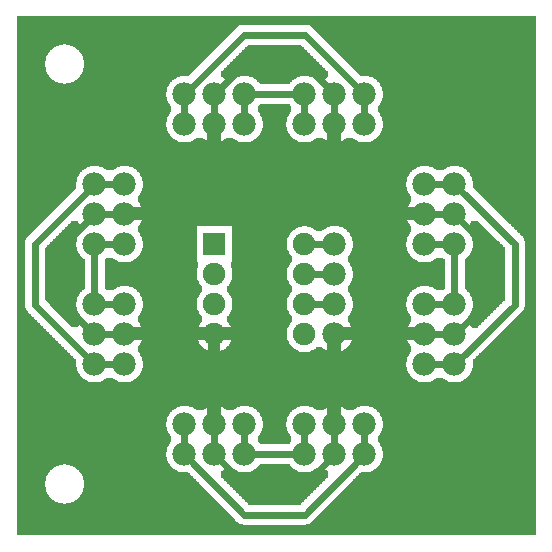
<source format=gbl>
G04 MADE WITH FRITZING*
G04 WWW.FRITZING.ORG*
G04 DOUBLE SIDED*
G04 HOLES PLATED*
G04 CONTOUR ON CENTER OF CONTOUR VECTOR*
%ASAXBY*%
%FSLAX23Y23*%
%MOIN*%
%OFA0B0*%
%SFA1.0B1.0*%
%ADD10C,0.075000*%
%ADD11C,0.078000*%
%ADD12R,0.075000X0.075000*%
%ADD13C,0.024000*%
%LNCOPPER0*%
G90*
G70*
G54D10*
X827Y1620D03*
X1601Y963D03*
X191Y983D03*
X1155Y1694D03*
X846Y198D03*
G54D11*
X1099Y1011D03*
X1099Y911D03*
X1099Y811D03*
X1099Y711D03*
G54D10*
X699Y1011D03*
X999Y1011D03*
X699Y911D03*
X999Y911D03*
X699Y811D03*
X999Y811D03*
X699Y711D03*
X999Y711D03*
G54D11*
X1199Y1511D03*
X1099Y1511D03*
X999Y1511D03*
X1199Y1511D03*
X1099Y1511D03*
X999Y1511D03*
X999Y1411D03*
X1099Y1411D03*
X1199Y1411D03*
X799Y1511D03*
X699Y1511D03*
X599Y1511D03*
X799Y1511D03*
X699Y1511D03*
X599Y1511D03*
X599Y1411D03*
X699Y1411D03*
X799Y1411D03*
X799Y411D03*
X699Y411D03*
X599Y411D03*
X799Y411D03*
X699Y411D03*
X599Y411D03*
X599Y311D03*
X699Y311D03*
X799Y311D03*
X1199Y411D03*
X1099Y411D03*
X999Y411D03*
X1199Y411D03*
X1099Y411D03*
X999Y411D03*
X999Y311D03*
X1099Y311D03*
X1199Y311D03*
X299Y1211D03*
X299Y1111D03*
X299Y1011D03*
X299Y1211D03*
X299Y1111D03*
X299Y1011D03*
X399Y1011D03*
X399Y1111D03*
X399Y1211D03*
X299Y811D03*
X299Y711D03*
X299Y611D03*
X299Y811D03*
X299Y711D03*
X299Y611D03*
X399Y611D03*
X399Y711D03*
X399Y811D03*
X1399Y811D03*
X1399Y711D03*
X1399Y611D03*
X1399Y811D03*
X1399Y711D03*
X1399Y611D03*
X1499Y611D03*
X1499Y711D03*
X1499Y811D03*
X1399Y1211D03*
X1399Y1111D03*
X1399Y1011D03*
X1399Y1211D03*
X1399Y1111D03*
X1399Y1011D03*
X1499Y1011D03*
X1499Y1111D03*
X1499Y1211D03*
G54D12*
X699Y1011D03*
G54D13*
X299Y981D02*
X299Y841D01*
D02*
X198Y1013D02*
X278Y1090D01*
D02*
X198Y810D02*
X198Y1013D01*
D02*
X278Y732D02*
X198Y810D01*
D02*
X101Y810D02*
X101Y1013D01*
D02*
X101Y1013D02*
X278Y1190D01*
D02*
X278Y632D02*
X101Y810D01*
D02*
X1701Y810D02*
X1701Y1013D01*
D02*
X1701Y1013D02*
X1521Y1190D01*
D02*
X1521Y632D02*
X1701Y810D01*
D02*
X1599Y810D02*
X1599Y1013D01*
D02*
X1599Y1013D02*
X1521Y1090D01*
D02*
X1521Y732D02*
X1599Y810D01*
D02*
X1499Y841D02*
X1499Y981D01*
D02*
X1000Y1710D02*
X797Y1710D01*
D02*
X797Y1710D02*
X621Y1532D01*
D02*
X1178Y1532D02*
X1000Y1710D01*
D02*
X1000Y1613D02*
X797Y1613D01*
D02*
X797Y1613D02*
X720Y1533D01*
D02*
X1078Y1533D02*
X1000Y1613D01*
D02*
X969Y1511D02*
X829Y1511D01*
D02*
X969Y311D02*
X829Y311D01*
D02*
X797Y211D02*
X720Y290D01*
D02*
X1000Y211D02*
X797Y211D01*
D02*
X1078Y290D02*
X1000Y211D01*
D02*
X1000Y110D02*
X797Y110D01*
D02*
X797Y110D02*
X620Y290D01*
D02*
X1178Y290D02*
X1000Y110D01*
D02*
X699Y1481D02*
X699Y1441D01*
D02*
X1099Y1481D02*
X1099Y1441D01*
D02*
X999Y1481D02*
X999Y1441D01*
D02*
X1199Y1481D02*
X1199Y1441D01*
D02*
X1469Y1211D02*
X1429Y1211D01*
D02*
X1469Y1011D02*
X1429Y1011D01*
D02*
X799Y1481D02*
X799Y1441D01*
D02*
X1469Y1111D02*
X1429Y1111D01*
D02*
X1469Y711D02*
X1429Y711D01*
D02*
X1469Y811D02*
X1429Y811D01*
D02*
X1469Y611D02*
X1429Y611D01*
D02*
X1199Y341D02*
X1199Y381D01*
D02*
X1099Y381D02*
X1099Y341D01*
D02*
X999Y341D02*
X999Y381D01*
D02*
X799Y381D02*
X799Y341D01*
D02*
X699Y341D02*
X699Y381D01*
D02*
X599Y381D02*
X599Y341D01*
D02*
X329Y611D02*
X369Y611D01*
D02*
X369Y1211D02*
X329Y1211D01*
D02*
X369Y711D02*
X329Y711D01*
D02*
X369Y811D02*
X329Y811D01*
D02*
X369Y1011D02*
X329Y1011D01*
D02*
X369Y1111D02*
X329Y1111D01*
D02*
X599Y1481D02*
X599Y1441D01*
D02*
X1069Y1011D02*
X1028Y1011D01*
D02*
X1069Y911D02*
X1028Y911D01*
D02*
X1069Y811D02*
X1028Y811D01*
G36*
X810Y1675D02*
X810Y1673D01*
X808Y1673D01*
X808Y1671D01*
X806Y1671D01*
X806Y1669D01*
X804Y1669D01*
X804Y1667D01*
X802Y1667D01*
X802Y1665D01*
X800Y1665D01*
X800Y1663D01*
X798Y1663D01*
X798Y1661D01*
X796Y1661D01*
X796Y1659D01*
X794Y1659D01*
X794Y1657D01*
X792Y1657D01*
X792Y1655D01*
X790Y1655D01*
X790Y1653D01*
X788Y1653D01*
X788Y1651D01*
X786Y1651D01*
X786Y1649D01*
X784Y1649D01*
X784Y1647D01*
X782Y1647D01*
X782Y1645D01*
X780Y1645D01*
X780Y1643D01*
X778Y1643D01*
X778Y1641D01*
X776Y1641D01*
X776Y1639D01*
X774Y1639D01*
X774Y1637D01*
X772Y1637D01*
X772Y1635D01*
X770Y1635D01*
X770Y1633D01*
X768Y1633D01*
X768Y1631D01*
X766Y1631D01*
X766Y1629D01*
X764Y1629D01*
X764Y1627D01*
X762Y1627D01*
X762Y1625D01*
X760Y1625D01*
X760Y1623D01*
X758Y1623D01*
X758Y1621D01*
X756Y1621D01*
X756Y1619D01*
X754Y1619D01*
X754Y1617D01*
X752Y1617D01*
X752Y1615D01*
X750Y1615D01*
X750Y1613D01*
X748Y1613D01*
X748Y1611D01*
X746Y1611D01*
X746Y1609D01*
X744Y1609D01*
X744Y1607D01*
X742Y1607D01*
X742Y1605D01*
X740Y1605D01*
X740Y1603D01*
X738Y1603D01*
X738Y1601D01*
X736Y1601D01*
X736Y1599D01*
X734Y1599D01*
X734Y1597D01*
X732Y1597D01*
X732Y1595D01*
X730Y1595D01*
X730Y1593D01*
X728Y1593D01*
X728Y1591D01*
X726Y1591D01*
X726Y1589D01*
X724Y1589D01*
X724Y1587D01*
X722Y1587D01*
X722Y1571D01*
X1014Y1571D01*
X1014Y1569D01*
X1020Y1569D01*
X1020Y1567D01*
X1026Y1567D01*
X1026Y1565D01*
X1030Y1565D01*
X1030Y1563D01*
X1032Y1563D01*
X1032Y1561D01*
X1036Y1561D01*
X1036Y1559D01*
X1038Y1559D01*
X1038Y1557D01*
X1060Y1557D01*
X1060Y1559D01*
X1064Y1559D01*
X1064Y1561D01*
X1066Y1561D01*
X1066Y1563D01*
X1070Y1563D01*
X1070Y1565D01*
X1074Y1565D01*
X1074Y1567D01*
X1076Y1567D01*
X1076Y1587D01*
X1074Y1587D01*
X1074Y1589D01*
X1072Y1589D01*
X1072Y1591D01*
X1070Y1591D01*
X1070Y1593D01*
X1068Y1593D01*
X1068Y1595D01*
X1066Y1595D01*
X1066Y1597D01*
X1064Y1597D01*
X1064Y1599D01*
X1062Y1599D01*
X1062Y1601D01*
X1060Y1601D01*
X1060Y1603D01*
X1058Y1603D01*
X1058Y1605D01*
X1056Y1605D01*
X1056Y1607D01*
X1054Y1607D01*
X1054Y1609D01*
X1052Y1609D01*
X1052Y1611D01*
X1050Y1611D01*
X1050Y1613D01*
X1048Y1613D01*
X1048Y1615D01*
X1046Y1615D01*
X1046Y1617D01*
X1044Y1617D01*
X1044Y1619D01*
X1042Y1619D01*
X1042Y1621D01*
X1040Y1621D01*
X1040Y1623D01*
X1038Y1623D01*
X1038Y1625D01*
X1036Y1625D01*
X1036Y1627D01*
X1034Y1627D01*
X1034Y1629D01*
X1032Y1629D01*
X1032Y1631D01*
X1030Y1631D01*
X1030Y1633D01*
X1028Y1633D01*
X1028Y1635D01*
X1026Y1635D01*
X1026Y1637D01*
X1024Y1637D01*
X1024Y1639D01*
X1022Y1639D01*
X1022Y1641D01*
X1020Y1641D01*
X1020Y1643D01*
X1018Y1643D01*
X1018Y1645D01*
X1016Y1645D01*
X1016Y1647D01*
X1014Y1647D01*
X1014Y1649D01*
X1012Y1649D01*
X1012Y1651D01*
X1010Y1651D01*
X1010Y1653D01*
X1008Y1653D01*
X1008Y1655D01*
X1006Y1655D01*
X1006Y1657D01*
X1004Y1657D01*
X1004Y1659D01*
X1002Y1659D01*
X1002Y1661D01*
X1000Y1661D01*
X1000Y1663D01*
X998Y1663D01*
X998Y1665D01*
X996Y1665D01*
X996Y1667D01*
X994Y1667D01*
X994Y1669D01*
X992Y1669D01*
X992Y1671D01*
X990Y1671D01*
X990Y1673D01*
X988Y1673D01*
X988Y1675D01*
X810Y1675D01*
G37*
D02*
G36*
X722Y1571D02*
X722Y1567D01*
X726Y1567D01*
X726Y1565D01*
X730Y1565D01*
X730Y1563D01*
X732Y1563D01*
X732Y1561D01*
X736Y1561D01*
X736Y1559D01*
X738Y1559D01*
X738Y1557D01*
X760Y1557D01*
X760Y1559D01*
X764Y1559D01*
X764Y1561D01*
X766Y1561D01*
X766Y1563D01*
X770Y1563D01*
X770Y1565D01*
X774Y1565D01*
X774Y1567D01*
X778Y1567D01*
X778Y1569D01*
X784Y1569D01*
X784Y1571D01*
X722Y1571D01*
G37*
D02*
G36*
X814Y1571D02*
X814Y1569D01*
X820Y1569D01*
X820Y1567D01*
X826Y1567D01*
X826Y1565D01*
X830Y1565D01*
X830Y1563D01*
X832Y1563D01*
X832Y1561D01*
X836Y1561D01*
X836Y1559D01*
X838Y1559D01*
X838Y1557D01*
X840Y1557D01*
X840Y1555D01*
X842Y1555D01*
X842Y1553D01*
X844Y1553D01*
X844Y1551D01*
X846Y1551D01*
X846Y1549D01*
X848Y1549D01*
X848Y1547D01*
X850Y1547D01*
X850Y1545D01*
X950Y1545D01*
X950Y1547D01*
X952Y1547D01*
X952Y1551D01*
X954Y1551D01*
X954Y1553D01*
X956Y1553D01*
X956Y1555D01*
X958Y1555D01*
X958Y1557D01*
X960Y1557D01*
X960Y1559D01*
X964Y1559D01*
X964Y1561D01*
X966Y1561D01*
X966Y1563D01*
X970Y1563D01*
X970Y1565D01*
X974Y1565D01*
X974Y1567D01*
X978Y1567D01*
X978Y1569D01*
X984Y1569D01*
X984Y1571D01*
X814Y1571D01*
G37*
D02*
G36*
X1556Y1089D02*
X1556Y1087D01*
X1554Y1087D01*
X1554Y1083D01*
X1552Y1083D01*
X1552Y1079D01*
X1550Y1079D01*
X1550Y1075D01*
X1548Y1075D01*
X1548Y1073D01*
X1546Y1073D01*
X1546Y1071D01*
X1544Y1071D01*
X1544Y1051D01*
X1546Y1051D01*
X1546Y1049D01*
X1548Y1049D01*
X1548Y1047D01*
X1550Y1047D01*
X1550Y1043D01*
X1552Y1043D01*
X1552Y1039D01*
X1554Y1039D01*
X1554Y1035D01*
X1556Y1035D01*
X1556Y1031D01*
X1558Y1031D01*
X1558Y1023D01*
X1560Y1023D01*
X1560Y999D01*
X1558Y999D01*
X1558Y991D01*
X1556Y991D01*
X1556Y987D01*
X1554Y987D01*
X1554Y983D01*
X1552Y983D01*
X1552Y979D01*
X1550Y979D01*
X1550Y975D01*
X1548Y975D01*
X1548Y973D01*
X1546Y973D01*
X1546Y971D01*
X1544Y971D01*
X1544Y969D01*
X1542Y969D01*
X1542Y967D01*
X1540Y967D01*
X1540Y965D01*
X1538Y965D01*
X1538Y963D01*
X1536Y963D01*
X1536Y961D01*
X1534Y961D01*
X1534Y861D01*
X1536Y861D01*
X1536Y859D01*
X1538Y859D01*
X1538Y857D01*
X1540Y857D01*
X1540Y855D01*
X1542Y855D01*
X1542Y853D01*
X1544Y853D01*
X1544Y851D01*
X1546Y851D01*
X1546Y849D01*
X1548Y849D01*
X1548Y847D01*
X1550Y847D01*
X1550Y843D01*
X1552Y843D01*
X1552Y839D01*
X1554Y839D01*
X1554Y835D01*
X1556Y835D01*
X1556Y831D01*
X1558Y831D01*
X1558Y823D01*
X1560Y823D01*
X1560Y799D01*
X1558Y799D01*
X1558Y791D01*
X1556Y791D01*
X1556Y787D01*
X1554Y787D01*
X1554Y783D01*
X1552Y783D01*
X1552Y779D01*
X1550Y779D01*
X1550Y775D01*
X1548Y775D01*
X1548Y773D01*
X1546Y773D01*
X1546Y771D01*
X1544Y771D01*
X1544Y751D01*
X1546Y751D01*
X1546Y749D01*
X1548Y749D01*
X1548Y747D01*
X1550Y747D01*
X1550Y743D01*
X1552Y743D01*
X1552Y739D01*
X1554Y739D01*
X1554Y735D01*
X1556Y735D01*
X1556Y733D01*
X1576Y733D01*
X1576Y735D01*
X1578Y735D01*
X1578Y737D01*
X1580Y737D01*
X1580Y739D01*
X1582Y739D01*
X1582Y741D01*
X1584Y741D01*
X1584Y743D01*
X1586Y743D01*
X1586Y745D01*
X1588Y745D01*
X1588Y747D01*
X1590Y747D01*
X1590Y749D01*
X1592Y749D01*
X1592Y751D01*
X1594Y751D01*
X1594Y753D01*
X1596Y753D01*
X1596Y755D01*
X1598Y755D01*
X1598Y757D01*
X1600Y757D01*
X1600Y759D01*
X1602Y759D01*
X1602Y761D01*
X1604Y761D01*
X1604Y763D01*
X1606Y763D01*
X1606Y765D01*
X1608Y765D01*
X1608Y767D01*
X1610Y767D01*
X1610Y769D01*
X1612Y769D01*
X1612Y771D01*
X1614Y771D01*
X1614Y773D01*
X1616Y773D01*
X1616Y775D01*
X1618Y775D01*
X1618Y777D01*
X1620Y777D01*
X1620Y779D01*
X1622Y779D01*
X1622Y781D01*
X1624Y781D01*
X1624Y783D01*
X1626Y783D01*
X1626Y785D01*
X1628Y785D01*
X1628Y787D01*
X1630Y787D01*
X1630Y789D01*
X1632Y789D01*
X1632Y791D01*
X1634Y791D01*
X1634Y793D01*
X1636Y793D01*
X1636Y795D01*
X1638Y795D01*
X1638Y797D01*
X1640Y797D01*
X1640Y799D01*
X1642Y799D01*
X1642Y801D01*
X1644Y801D01*
X1644Y803D01*
X1646Y803D01*
X1646Y805D01*
X1648Y805D01*
X1648Y807D01*
X1650Y807D01*
X1650Y809D01*
X1652Y809D01*
X1652Y811D01*
X1654Y811D01*
X1654Y813D01*
X1656Y813D01*
X1656Y815D01*
X1658Y815D01*
X1658Y817D01*
X1660Y817D01*
X1660Y819D01*
X1662Y819D01*
X1662Y821D01*
X1664Y821D01*
X1664Y823D01*
X1666Y823D01*
X1666Y1001D01*
X1664Y1001D01*
X1664Y1003D01*
X1662Y1003D01*
X1662Y1005D01*
X1660Y1005D01*
X1660Y1007D01*
X1658Y1007D01*
X1658Y1009D01*
X1656Y1009D01*
X1656Y1011D01*
X1654Y1011D01*
X1654Y1013D01*
X1652Y1013D01*
X1652Y1015D01*
X1650Y1015D01*
X1650Y1017D01*
X1648Y1017D01*
X1648Y1019D01*
X1646Y1019D01*
X1646Y1021D01*
X1642Y1021D01*
X1642Y1023D01*
X1640Y1023D01*
X1640Y1025D01*
X1638Y1025D01*
X1638Y1027D01*
X1636Y1027D01*
X1636Y1029D01*
X1634Y1029D01*
X1634Y1031D01*
X1632Y1031D01*
X1632Y1033D01*
X1630Y1033D01*
X1630Y1035D01*
X1628Y1035D01*
X1628Y1037D01*
X1626Y1037D01*
X1626Y1039D01*
X1624Y1039D01*
X1624Y1041D01*
X1622Y1041D01*
X1622Y1043D01*
X1620Y1043D01*
X1620Y1045D01*
X1618Y1045D01*
X1618Y1047D01*
X1616Y1047D01*
X1616Y1049D01*
X1614Y1049D01*
X1614Y1051D01*
X1612Y1051D01*
X1612Y1053D01*
X1610Y1053D01*
X1610Y1055D01*
X1608Y1055D01*
X1608Y1057D01*
X1606Y1057D01*
X1606Y1059D01*
X1604Y1059D01*
X1604Y1061D01*
X1602Y1061D01*
X1602Y1063D01*
X1600Y1063D01*
X1600Y1065D01*
X1598Y1065D01*
X1598Y1067D01*
X1596Y1067D01*
X1596Y1069D01*
X1594Y1069D01*
X1594Y1071D01*
X1592Y1071D01*
X1592Y1073D01*
X1590Y1073D01*
X1590Y1075D01*
X1588Y1075D01*
X1588Y1077D01*
X1586Y1077D01*
X1586Y1079D01*
X1584Y1079D01*
X1584Y1081D01*
X1582Y1081D01*
X1582Y1083D01*
X1580Y1083D01*
X1580Y1085D01*
X1578Y1085D01*
X1578Y1087D01*
X1576Y1087D01*
X1576Y1089D01*
X1556Y1089D01*
G37*
D02*
G36*
X222Y1087D02*
X222Y1085D01*
X220Y1085D01*
X220Y1083D01*
X218Y1083D01*
X218Y1081D01*
X216Y1081D01*
X216Y1079D01*
X214Y1079D01*
X214Y1077D01*
X212Y1077D01*
X212Y1075D01*
X210Y1075D01*
X210Y1073D01*
X208Y1073D01*
X208Y1071D01*
X206Y1071D01*
X206Y1069D01*
X204Y1069D01*
X204Y1067D01*
X202Y1067D01*
X202Y1065D01*
X200Y1065D01*
X200Y1063D01*
X198Y1063D01*
X198Y1061D01*
X196Y1061D01*
X196Y1059D01*
X194Y1059D01*
X194Y1057D01*
X192Y1057D01*
X192Y1055D01*
X190Y1055D01*
X190Y1053D01*
X188Y1053D01*
X188Y1051D01*
X186Y1051D01*
X186Y1049D01*
X184Y1049D01*
X184Y1047D01*
X182Y1047D01*
X182Y1045D01*
X180Y1045D01*
X180Y1043D01*
X178Y1043D01*
X178Y1041D01*
X176Y1041D01*
X176Y1039D01*
X174Y1039D01*
X174Y1037D01*
X172Y1037D01*
X172Y1035D01*
X170Y1035D01*
X170Y1033D01*
X168Y1033D01*
X168Y1031D01*
X166Y1031D01*
X166Y1029D01*
X164Y1029D01*
X164Y1027D01*
X162Y1027D01*
X162Y1025D01*
X160Y1025D01*
X160Y1023D01*
X158Y1023D01*
X158Y1021D01*
X156Y1021D01*
X156Y1019D01*
X154Y1019D01*
X154Y1017D01*
X152Y1017D01*
X152Y1015D01*
X150Y1015D01*
X150Y1013D01*
X148Y1013D01*
X148Y1011D01*
X146Y1011D01*
X146Y1009D01*
X144Y1009D01*
X144Y1007D01*
X142Y1007D01*
X142Y1005D01*
X140Y1005D01*
X140Y1003D01*
X138Y1003D01*
X138Y1001D01*
X136Y1001D01*
X136Y999D01*
X134Y999D01*
X134Y825D01*
X136Y825D01*
X136Y823D01*
X138Y823D01*
X138Y821D01*
X140Y821D01*
X140Y819D01*
X142Y819D01*
X142Y817D01*
X144Y817D01*
X144Y815D01*
X146Y815D01*
X146Y813D01*
X148Y813D01*
X148Y811D01*
X150Y811D01*
X150Y809D01*
X152Y809D01*
X152Y805D01*
X154Y805D01*
X154Y803D01*
X156Y803D01*
X156Y801D01*
X158Y801D01*
X158Y799D01*
X160Y799D01*
X160Y797D01*
X162Y797D01*
X162Y795D01*
X164Y795D01*
X164Y793D01*
X166Y793D01*
X166Y791D01*
X168Y791D01*
X168Y789D01*
X170Y789D01*
X170Y787D01*
X172Y787D01*
X172Y785D01*
X174Y785D01*
X174Y783D01*
X176Y783D01*
X176Y781D01*
X178Y781D01*
X178Y779D01*
X180Y779D01*
X180Y777D01*
X182Y777D01*
X182Y775D01*
X184Y775D01*
X184Y773D01*
X186Y773D01*
X186Y771D01*
X188Y771D01*
X188Y769D01*
X190Y769D01*
X190Y767D01*
X192Y767D01*
X192Y765D01*
X194Y765D01*
X194Y763D01*
X196Y763D01*
X196Y761D01*
X198Y761D01*
X198Y759D01*
X200Y759D01*
X200Y757D01*
X202Y757D01*
X202Y755D01*
X204Y755D01*
X204Y753D01*
X206Y753D01*
X206Y751D01*
X208Y751D01*
X208Y749D01*
X210Y749D01*
X210Y747D01*
X212Y747D01*
X212Y745D01*
X214Y745D01*
X214Y743D01*
X216Y743D01*
X216Y741D01*
X218Y741D01*
X218Y739D01*
X220Y739D01*
X220Y737D01*
X222Y737D01*
X222Y735D01*
X244Y735D01*
X244Y739D01*
X246Y739D01*
X246Y743D01*
X248Y743D01*
X248Y745D01*
X250Y745D01*
X250Y747D01*
X252Y747D01*
X252Y751D01*
X254Y751D01*
X254Y771D01*
X252Y771D01*
X252Y775D01*
X250Y775D01*
X250Y777D01*
X248Y777D01*
X248Y779D01*
X246Y779D01*
X246Y783D01*
X244Y783D01*
X244Y787D01*
X242Y787D01*
X242Y793D01*
X240Y793D01*
X240Y803D01*
X238Y803D01*
X238Y819D01*
X240Y819D01*
X240Y829D01*
X242Y829D01*
X242Y835D01*
X244Y835D01*
X244Y839D01*
X246Y839D01*
X246Y843D01*
X248Y843D01*
X248Y845D01*
X250Y845D01*
X250Y847D01*
X252Y847D01*
X252Y851D01*
X254Y851D01*
X254Y853D01*
X256Y853D01*
X256Y855D01*
X258Y855D01*
X258Y857D01*
X260Y857D01*
X260Y859D01*
X264Y859D01*
X264Y861D01*
X266Y861D01*
X266Y961D01*
X264Y961D01*
X264Y963D01*
X260Y963D01*
X260Y965D01*
X258Y965D01*
X258Y967D01*
X256Y967D01*
X256Y969D01*
X254Y969D01*
X254Y971D01*
X252Y971D01*
X252Y975D01*
X250Y975D01*
X250Y977D01*
X248Y977D01*
X248Y979D01*
X246Y979D01*
X246Y983D01*
X244Y983D01*
X244Y987D01*
X242Y987D01*
X242Y993D01*
X240Y993D01*
X240Y1003D01*
X238Y1003D01*
X238Y1019D01*
X240Y1019D01*
X240Y1029D01*
X242Y1029D01*
X242Y1035D01*
X244Y1035D01*
X244Y1039D01*
X246Y1039D01*
X246Y1043D01*
X248Y1043D01*
X248Y1045D01*
X250Y1045D01*
X250Y1047D01*
X252Y1047D01*
X252Y1051D01*
X254Y1051D01*
X254Y1071D01*
X252Y1071D01*
X252Y1075D01*
X250Y1075D01*
X250Y1077D01*
X248Y1077D01*
X248Y1079D01*
X246Y1079D01*
X246Y1083D01*
X244Y1083D01*
X244Y1087D01*
X222Y1087D01*
G37*
D02*
G36*
X40Y1771D02*
X40Y1743D01*
X1010Y1743D01*
X1010Y1741D01*
X1016Y1741D01*
X1016Y1739D01*
X1018Y1739D01*
X1018Y1737D01*
X1022Y1737D01*
X1022Y1735D01*
X1024Y1735D01*
X1024Y1733D01*
X1026Y1733D01*
X1026Y1731D01*
X1028Y1731D01*
X1028Y1729D01*
X1030Y1729D01*
X1030Y1727D01*
X1032Y1727D01*
X1032Y1725D01*
X1034Y1725D01*
X1034Y1723D01*
X1036Y1723D01*
X1036Y1721D01*
X1038Y1721D01*
X1038Y1719D01*
X1040Y1719D01*
X1040Y1717D01*
X1042Y1717D01*
X1042Y1715D01*
X1044Y1715D01*
X1044Y1713D01*
X1046Y1713D01*
X1046Y1711D01*
X1048Y1711D01*
X1048Y1709D01*
X1050Y1709D01*
X1050Y1707D01*
X1052Y1707D01*
X1052Y1705D01*
X1054Y1705D01*
X1054Y1703D01*
X1056Y1703D01*
X1056Y1701D01*
X1058Y1701D01*
X1058Y1699D01*
X1060Y1699D01*
X1060Y1697D01*
X1062Y1697D01*
X1062Y1695D01*
X1064Y1695D01*
X1064Y1693D01*
X1066Y1693D01*
X1066Y1691D01*
X1068Y1691D01*
X1068Y1689D01*
X1070Y1689D01*
X1070Y1687D01*
X1072Y1687D01*
X1072Y1685D01*
X1074Y1685D01*
X1074Y1683D01*
X1076Y1683D01*
X1076Y1681D01*
X1078Y1681D01*
X1078Y1679D01*
X1080Y1679D01*
X1080Y1677D01*
X1082Y1677D01*
X1082Y1675D01*
X1084Y1675D01*
X1084Y1673D01*
X1086Y1673D01*
X1086Y1671D01*
X1088Y1671D01*
X1088Y1669D01*
X1090Y1669D01*
X1090Y1667D01*
X1092Y1667D01*
X1092Y1665D01*
X1094Y1665D01*
X1094Y1663D01*
X1096Y1663D01*
X1096Y1661D01*
X1098Y1661D01*
X1098Y1659D01*
X1100Y1659D01*
X1100Y1657D01*
X1102Y1657D01*
X1102Y1655D01*
X1104Y1655D01*
X1104Y1653D01*
X1106Y1653D01*
X1106Y1651D01*
X1108Y1651D01*
X1108Y1649D01*
X1110Y1649D01*
X1110Y1647D01*
X1112Y1647D01*
X1112Y1645D01*
X1114Y1645D01*
X1114Y1643D01*
X1116Y1643D01*
X1116Y1641D01*
X1118Y1641D01*
X1118Y1639D01*
X1120Y1639D01*
X1120Y1637D01*
X1122Y1637D01*
X1122Y1635D01*
X1124Y1635D01*
X1124Y1633D01*
X1126Y1633D01*
X1126Y1631D01*
X1128Y1631D01*
X1128Y1629D01*
X1130Y1629D01*
X1130Y1627D01*
X1132Y1627D01*
X1132Y1625D01*
X1134Y1625D01*
X1134Y1623D01*
X1136Y1623D01*
X1136Y1621D01*
X1138Y1621D01*
X1138Y1619D01*
X1140Y1619D01*
X1140Y1617D01*
X1142Y1617D01*
X1142Y1615D01*
X1144Y1615D01*
X1144Y1613D01*
X1146Y1613D01*
X1146Y1611D01*
X1148Y1611D01*
X1148Y1609D01*
X1150Y1609D01*
X1150Y1607D01*
X1152Y1607D01*
X1152Y1605D01*
X1154Y1605D01*
X1154Y1603D01*
X1156Y1603D01*
X1156Y1601D01*
X1158Y1601D01*
X1158Y1599D01*
X1160Y1599D01*
X1160Y1597D01*
X1162Y1597D01*
X1162Y1595D01*
X1164Y1595D01*
X1164Y1593D01*
X1166Y1593D01*
X1166Y1591D01*
X1168Y1591D01*
X1168Y1589D01*
X1170Y1589D01*
X1170Y1587D01*
X1172Y1587D01*
X1172Y1585D01*
X1174Y1585D01*
X1174Y1583D01*
X1176Y1583D01*
X1176Y1581D01*
X1178Y1581D01*
X1178Y1579D01*
X1180Y1579D01*
X1180Y1577D01*
X1182Y1577D01*
X1182Y1575D01*
X1184Y1575D01*
X1184Y1573D01*
X1186Y1573D01*
X1186Y1571D01*
X1214Y1571D01*
X1214Y1569D01*
X1220Y1569D01*
X1220Y1567D01*
X1226Y1567D01*
X1226Y1565D01*
X1230Y1565D01*
X1230Y1563D01*
X1232Y1563D01*
X1232Y1561D01*
X1236Y1561D01*
X1236Y1559D01*
X1238Y1559D01*
X1238Y1557D01*
X1240Y1557D01*
X1240Y1555D01*
X1242Y1555D01*
X1242Y1553D01*
X1244Y1553D01*
X1244Y1551D01*
X1246Y1551D01*
X1246Y1549D01*
X1248Y1549D01*
X1248Y1547D01*
X1250Y1547D01*
X1250Y1543D01*
X1252Y1543D01*
X1252Y1539D01*
X1254Y1539D01*
X1254Y1535D01*
X1256Y1535D01*
X1256Y1531D01*
X1258Y1531D01*
X1258Y1523D01*
X1260Y1523D01*
X1260Y1499D01*
X1258Y1499D01*
X1258Y1491D01*
X1256Y1491D01*
X1256Y1487D01*
X1254Y1487D01*
X1254Y1483D01*
X1252Y1483D01*
X1252Y1479D01*
X1250Y1479D01*
X1250Y1475D01*
X1248Y1475D01*
X1248Y1473D01*
X1246Y1473D01*
X1246Y1471D01*
X1244Y1471D01*
X1244Y1451D01*
X1246Y1451D01*
X1246Y1449D01*
X1248Y1449D01*
X1248Y1447D01*
X1250Y1447D01*
X1250Y1443D01*
X1252Y1443D01*
X1252Y1439D01*
X1254Y1439D01*
X1254Y1435D01*
X1256Y1435D01*
X1256Y1431D01*
X1258Y1431D01*
X1258Y1423D01*
X1260Y1423D01*
X1260Y1399D01*
X1258Y1399D01*
X1258Y1391D01*
X1256Y1391D01*
X1256Y1387D01*
X1254Y1387D01*
X1254Y1383D01*
X1252Y1383D01*
X1252Y1379D01*
X1250Y1379D01*
X1250Y1375D01*
X1248Y1375D01*
X1248Y1373D01*
X1246Y1373D01*
X1246Y1371D01*
X1244Y1371D01*
X1244Y1369D01*
X1242Y1369D01*
X1242Y1367D01*
X1240Y1367D01*
X1240Y1365D01*
X1238Y1365D01*
X1238Y1363D01*
X1236Y1363D01*
X1236Y1361D01*
X1232Y1361D01*
X1232Y1359D01*
X1230Y1359D01*
X1230Y1357D01*
X1226Y1357D01*
X1226Y1355D01*
X1220Y1355D01*
X1220Y1353D01*
X1214Y1353D01*
X1214Y1351D01*
X1770Y1351D01*
X1770Y1771D01*
X40Y1771D01*
G37*
D02*
G36*
X40Y1743D02*
X40Y1677D01*
X204Y1677D01*
X204Y1675D01*
X216Y1675D01*
X216Y1673D01*
X222Y1673D01*
X222Y1671D01*
X228Y1671D01*
X228Y1669D01*
X232Y1669D01*
X232Y1667D01*
X234Y1667D01*
X234Y1665D01*
X238Y1665D01*
X238Y1663D01*
X240Y1663D01*
X240Y1661D01*
X242Y1661D01*
X242Y1659D01*
X244Y1659D01*
X244Y1657D01*
X246Y1657D01*
X246Y1655D01*
X248Y1655D01*
X248Y1653D01*
X250Y1653D01*
X250Y1651D01*
X252Y1651D01*
X252Y1647D01*
X254Y1647D01*
X254Y1645D01*
X256Y1645D01*
X256Y1641D01*
X258Y1641D01*
X258Y1637D01*
X260Y1637D01*
X260Y1633D01*
X262Y1633D01*
X262Y1625D01*
X264Y1625D01*
X264Y1597D01*
X262Y1597D01*
X262Y1589D01*
X260Y1589D01*
X260Y1585D01*
X258Y1585D01*
X258Y1581D01*
X256Y1581D01*
X256Y1577D01*
X254Y1577D01*
X254Y1575D01*
X252Y1575D01*
X252Y1571D01*
X250Y1571D01*
X250Y1569D01*
X248Y1569D01*
X248Y1567D01*
X246Y1567D01*
X246Y1565D01*
X244Y1565D01*
X244Y1563D01*
X242Y1563D01*
X242Y1561D01*
X240Y1561D01*
X240Y1559D01*
X238Y1559D01*
X238Y1557D01*
X234Y1557D01*
X234Y1555D01*
X232Y1555D01*
X232Y1553D01*
X228Y1553D01*
X228Y1551D01*
X222Y1551D01*
X222Y1549D01*
X216Y1549D01*
X216Y1547D01*
X204Y1547D01*
X204Y1545D01*
X550Y1545D01*
X550Y1547D01*
X552Y1547D01*
X552Y1551D01*
X554Y1551D01*
X554Y1553D01*
X556Y1553D01*
X556Y1555D01*
X558Y1555D01*
X558Y1557D01*
X560Y1557D01*
X560Y1559D01*
X564Y1559D01*
X564Y1561D01*
X566Y1561D01*
X566Y1563D01*
X570Y1563D01*
X570Y1565D01*
X574Y1565D01*
X574Y1567D01*
X578Y1567D01*
X578Y1569D01*
X584Y1569D01*
X584Y1571D01*
X612Y1571D01*
X612Y1573D01*
X614Y1573D01*
X614Y1575D01*
X616Y1575D01*
X616Y1577D01*
X618Y1577D01*
X618Y1579D01*
X620Y1579D01*
X620Y1581D01*
X622Y1581D01*
X622Y1583D01*
X624Y1583D01*
X624Y1585D01*
X626Y1585D01*
X626Y1587D01*
X628Y1587D01*
X628Y1589D01*
X630Y1589D01*
X630Y1591D01*
X632Y1591D01*
X632Y1593D01*
X634Y1593D01*
X634Y1595D01*
X636Y1595D01*
X636Y1597D01*
X638Y1597D01*
X638Y1599D01*
X640Y1599D01*
X640Y1601D01*
X642Y1601D01*
X642Y1603D01*
X644Y1603D01*
X644Y1605D01*
X646Y1605D01*
X646Y1607D01*
X648Y1607D01*
X648Y1609D01*
X650Y1609D01*
X650Y1611D01*
X652Y1611D01*
X652Y1613D01*
X654Y1613D01*
X654Y1615D01*
X656Y1615D01*
X656Y1617D01*
X658Y1617D01*
X658Y1619D01*
X660Y1619D01*
X660Y1621D01*
X662Y1621D01*
X662Y1623D01*
X664Y1623D01*
X664Y1625D01*
X666Y1625D01*
X666Y1627D01*
X668Y1627D01*
X668Y1629D01*
X670Y1629D01*
X670Y1631D01*
X672Y1631D01*
X672Y1633D01*
X674Y1633D01*
X674Y1635D01*
X676Y1635D01*
X676Y1637D01*
X678Y1637D01*
X678Y1639D01*
X680Y1639D01*
X680Y1641D01*
X682Y1641D01*
X682Y1643D01*
X684Y1643D01*
X684Y1645D01*
X686Y1645D01*
X686Y1647D01*
X688Y1647D01*
X688Y1649D01*
X690Y1649D01*
X690Y1651D01*
X692Y1651D01*
X692Y1653D01*
X694Y1653D01*
X694Y1655D01*
X696Y1655D01*
X696Y1657D01*
X698Y1657D01*
X698Y1659D01*
X700Y1659D01*
X700Y1661D01*
X702Y1661D01*
X702Y1663D01*
X704Y1663D01*
X704Y1665D01*
X706Y1665D01*
X706Y1667D01*
X708Y1667D01*
X708Y1669D01*
X710Y1669D01*
X710Y1671D01*
X712Y1671D01*
X712Y1673D01*
X714Y1673D01*
X714Y1675D01*
X716Y1675D01*
X716Y1677D01*
X718Y1677D01*
X718Y1679D01*
X720Y1679D01*
X720Y1681D01*
X722Y1681D01*
X722Y1683D01*
X724Y1683D01*
X724Y1685D01*
X726Y1685D01*
X726Y1687D01*
X728Y1687D01*
X728Y1689D01*
X730Y1689D01*
X730Y1691D01*
X732Y1691D01*
X732Y1693D01*
X734Y1693D01*
X734Y1695D01*
X736Y1695D01*
X736Y1697D01*
X738Y1697D01*
X738Y1699D01*
X740Y1699D01*
X740Y1701D01*
X742Y1701D01*
X742Y1703D01*
X744Y1703D01*
X744Y1705D01*
X746Y1705D01*
X746Y1707D01*
X748Y1707D01*
X748Y1709D01*
X750Y1709D01*
X750Y1711D01*
X752Y1711D01*
X752Y1713D01*
X754Y1713D01*
X754Y1715D01*
X756Y1715D01*
X756Y1717D01*
X758Y1717D01*
X758Y1719D01*
X760Y1719D01*
X760Y1721D01*
X762Y1721D01*
X762Y1723D01*
X764Y1723D01*
X764Y1725D01*
X766Y1725D01*
X766Y1727D01*
X768Y1727D01*
X768Y1729D01*
X770Y1729D01*
X770Y1731D01*
X772Y1731D01*
X772Y1733D01*
X774Y1733D01*
X774Y1735D01*
X776Y1735D01*
X776Y1737D01*
X778Y1737D01*
X778Y1739D01*
X782Y1739D01*
X782Y1741D01*
X788Y1741D01*
X788Y1743D01*
X40Y1743D01*
G37*
D02*
G36*
X40Y1677D02*
X40Y1545D01*
X194Y1545D01*
X194Y1547D01*
X182Y1547D01*
X182Y1549D01*
X176Y1549D01*
X176Y1551D01*
X172Y1551D01*
X172Y1553D01*
X168Y1553D01*
X168Y1555D01*
X164Y1555D01*
X164Y1557D01*
X162Y1557D01*
X162Y1559D01*
X158Y1559D01*
X158Y1561D01*
X156Y1561D01*
X156Y1563D01*
X154Y1563D01*
X154Y1565D01*
X152Y1565D01*
X152Y1567D01*
X150Y1567D01*
X150Y1569D01*
X148Y1569D01*
X148Y1573D01*
X146Y1573D01*
X146Y1575D01*
X144Y1575D01*
X144Y1579D01*
X142Y1579D01*
X142Y1581D01*
X140Y1581D01*
X140Y1585D01*
X138Y1585D01*
X138Y1591D01*
X136Y1591D01*
X136Y1601D01*
X134Y1601D01*
X134Y1621D01*
X136Y1621D01*
X136Y1631D01*
X138Y1631D01*
X138Y1637D01*
X140Y1637D01*
X140Y1641D01*
X142Y1641D01*
X142Y1643D01*
X144Y1643D01*
X144Y1647D01*
X146Y1647D01*
X146Y1649D01*
X148Y1649D01*
X148Y1653D01*
X150Y1653D01*
X150Y1655D01*
X152Y1655D01*
X152Y1657D01*
X154Y1657D01*
X154Y1659D01*
X156Y1659D01*
X156Y1661D01*
X158Y1661D01*
X158Y1663D01*
X162Y1663D01*
X162Y1665D01*
X164Y1665D01*
X164Y1667D01*
X168Y1667D01*
X168Y1669D01*
X172Y1669D01*
X172Y1671D01*
X176Y1671D01*
X176Y1673D01*
X182Y1673D01*
X182Y1675D01*
X194Y1675D01*
X194Y1677D01*
X40Y1677D01*
G37*
D02*
G36*
X40Y1545D02*
X40Y1543D01*
X548Y1543D01*
X548Y1545D01*
X40Y1545D01*
G37*
D02*
G36*
X40Y1545D02*
X40Y1543D01*
X548Y1543D01*
X548Y1545D01*
X40Y1545D01*
G37*
D02*
G36*
X40Y1543D02*
X40Y1351D01*
X584Y1351D01*
X584Y1353D01*
X578Y1353D01*
X578Y1355D01*
X574Y1355D01*
X574Y1357D01*
X570Y1357D01*
X570Y1359D01*
X566Y1359D01*
X566Y1361D01*
X564Y1361D01*
X564Y1363D01*
X560Y1363D01*
X560Y1365D01*
X558Y1365D01*
X558Y1367D01*
X556Y1367D01*
X556Y1369D01*
X554Y1369D01*
X554Y1371D01*
X552Y1371D01*
X552Y1375D01*
X550Y1375D01*
X550Y1377D01*
X548Y1377D01*
X548Y1379D01*
X546Y1379D01*
X546Y1383D01*
X544Y1383D01*
X544Y1387D01*
X542Y1387D01*
X542Y1393D01*
X540Y1393D01*
X540Y1403D01*
X538Y1403D01*
X538Y1419D01*
X540Y1419D01*
X540Y1429D01*
X542Y1429D01*
X542Y1435D01*
X544Y1435D01*
X544Y1439D01*
X546Y1439D01*
X546Y1443D01*
X548Y1443D01*
X548Y1445D01*
X550Y1445D01*
X550Y1447D01*
X552Y1447D01*
X552Y1451D01*
X554Y1451D01*
X554Y1471D01*
X552Y1471D01*
X552Y1475D01*
X550Y1475D01*
X550Y1477D01*
X548Y1477D01*
X548Y1479D01*
X546Y1479D01*
X546Y1483D01*
X544Y1483D01*
X544Y1487D01*
X542Y1487D01*
X542Y1493D01*
X540Y1493D01*
X540Y1503D01*
X538Y1503D01*
X538Y1519D01*
X540Y1519D01*
X540Y1529D01*
X542Y1529D01*
X542Y1535D01*
X544Y1535D01*
X544Y1539D01*
X546Y1539D01*
X546Y1543D01*
X40Y1543D01*
G37*
D02*
G36*
X850Y1477D02*
X850Y1475D01*
X848Y1475D01*
X848Y1473D01*
X846Y1473D01*
X846Y1471D01*
X844Y1471D01*
X844Y1451D01*
X846Y1451D01*
X846Y1449D01*
X848Y1449D01*
X848Y1447D01*
X850Y1447D01*
X850Y1443D01*
X852Y1443D01*
X852Y1439D01*
X854Y1439D01*
X854Y1435D01*
X856Y1435D01*
X856Y1431D01*
X858Y1431D01*
X858Y1423D01*
X860Y1423D01*
X860Y1399D01*
X858Y1399D01*
X858Y1391D01*
X856Y1391D01*
X856Y1387D01*
X854Y1387D01*
X854Y1383D01*
X852Y1383D01*
X852Y1379D01*
X850Y1379D01*
X850Y1375D01*
X848Y1375D01*
X848Y1373D01*
X846Y1373D01*
X846Y1371D01*
X844Y1371D01*
X844Y1369D01*
X842Y1369D01*
X842Y1367D01*
X840Y1367D01*
X840Y1365D01*
X838Y1365D01*
X838Y1363D01*
X836Y1363D01*
X836Y1361D01*
X832Y1361D01*
X832Y1359D01*
X830Y1359D01*
X830Y1357D01*
X826Y1357D01*
X826Y1355D01*
X820Y1355D01*
X820Y1353D01*
X814Y1353D01*
X814Y1351D01*
X984Y1351D01*
X984Y1353D01*
X978Y1353D01*
X978Y1355D01*
X974Y1355D01*
X974Y1357D01*
X970Y1357D01*
X970Y1359D01*
X966Y1359D01*
X966Y1361D01*
X964Y1361D01*
X964Y1363D01*
X960Y1363D01*
X960Y1365D01*
X958Y1365D01*
X958Y1367D01*
X956Y1367D01*
X956Y1369D01*
X954Y1369D01*
X954Y1371D01*
X952Y1371D01*
X952Y1375D01*
X950Y1375D01*
X950Y1377D01*
X948Y1377D01*
X948Y1379D01*
X946Y1379D01*
X946Y1383D01*
X944Y1383D01*
X944Y1387D01*
X942Y1387D01*
X942Y1393D01*
X940Y1393D01*
X940Y1403D01*
X938Y1403D01*
X938Y1419D01*
X940Y1419D01*
X940Y1429D01*
X942Y1429D01*
X942Y1435D01*
X944Y1435D01*
X944Y1439D01*
X946Y1439D01*
X946Y1443D01*
X948Y1443D01*
X948Y1445D01*
X950Y1445D01*
X950Y1447D01*
X952Y1447D01*
X952Y1451D01*
X954Y1451D01*
X954Y1471D01*
X952Y1471D01*
X952Y1475D01*
X950Y1475D01*
X950Y1477D01*
X850Y1477D01*
G37*
D02*
G36*
X638Y1365D02*
X638Y1363D01*
X636Y1363D01*
X636Y1361D01*
X632Y1361D01*
X632Y1359D01*
X630Y1359D01*
X630Y1357D01*
X626Y1357D01*
X626Y1355D01*
X620Y1355D01*
X620Y1353D01*
X614Y1353D01*
X614Y1351D01*
X684Y1351D01*
X684Y1353D01*
X678Y1353D01*
X678Y1355D01*
X674Y1355D01*
X674Y1357D01*
X670Y1357D01*
X670Y1359D01*
X666Y1359D01*
X666Y1361D01*
X664Y1361D01*
X664Y1363D01*
X660Y1363D01*
X660Y1365D01*
X638Y1365D01*
G37*
D02*
G36*
X738Y1365D02*
X738Y1363D01*
X736Y1363D01*
X736Y1361D01*
X732Y1361D01*
X732Y1359D01*
X730Y1359D01*
X730Y1357D01*
X726Y1357D01*
X726Y1355D01*
X720Y1355D01*
X720Y1353D01*
X714Y1353D01*
X714Y1351D01*
X784Y1351D01*
X784Y1353D01*
X778Y1353D01*
X778Y1355D01*
X774Y1355D01*
X774Y1357D01*
X770Y1357D01*
X770Y1359D01*
X766Y1359D01*
X766Y1361D01*
X764Y1361D01*
X764Y1363D01*
X760Y1363D01*
X760Y1365D01*
X738Y1365D01*
G37*
D02*
G36*
X1038Y1365D02*
X1038Y1363D01*
X1036Y1363D01*
X1036Y1361D01*
X1032Y1361D01*
X1032Y1359D01*
X1030Y1359D01*
X1030Y1357D01*
X1026Y1357D01*
X1026Y1355D01*
X1020Y1355D01*
X1020Y1353D01*
X1014Y1353D01*
X1014Y1351D01*
X1084Y1351D01*
X1084Y1353D01*
X1078Y1353D01*
X1078Y1355D01*
X1074Y1355D01*
X1074Y1357D01*
X1070Y1357D01*
X1070Y1359D01*
X1066Y1359D01*
X1066Y1361D01*
X1064Y1361D01*
X1064Y1363D01*
X1060Y1363D01*
X1060Y1365D01*
X1038Y1365D01*
G37*
D02*
G36*
X1138Y1365D02*
X1138Y1363D01*
X1136Y1363D01*
X1136Y1361D01*
X1132Y1361D01*
X1132Y1359D01*
X1130Y1359D01*
X1130Y1357D01*
X1126Y1357D01*
X1126Y1355D01*
X1120Y1355D01*
X1120Y1353D01*
X1114Y1353D01*
X1114Y1351D01*
X1184Y1351D01*
X1184Y1353D01*
X1178Y1353D01*
X1178Y1355D01*
X1174Y1355D01*
X1174Y1357D01*
X1170Y1357D01*
X1170Y1359D01*
X1166Y1359D01*
X1166Y1361D01*
X1164Y1361D01*
X1164Y1363D01*
X1160Y1363D01*
X1160Y1365D01*
X1138Y1365D01*
G37*
D02*
G36*
X40Y1351D02*
X40Y1349D01*
X1770Y1349D01*
X1770Y1351D01*
X40Y1351D01*
G37*
D02*
G36*
X40Y1351D02*
X40Y1349D01*
X1770Y1349D01*
X1770Y1351D01*
X40Y1351D01*
G37*
D02*
G36*
X40Y1351D02*
X40Y1349D01*
X1770Y1349D01*
X1770Y1351D01*
X40Y1351D01*
G37*
D02*
G36*
X40Y1351D02*
X40Y1349D01*
X1770Y1349D01*
X1770Y1351D01*
X40Y1351D01*
G37*
D02*
G36*
X40Y1351D02*
X40Y1349D01*
X1770Y1349D01*
X1770Y1351D01*
X40Y1351D01*
G37*
D02*
G36*
X40Y1351D02*
X40Y1349D01*
X1770Y1349D01*
X1770Y1351D01*
X40Y1351D01*
G37*
D02*
G36*
X40Y1351D02*
X40Y1349D01*
X1770Y1349D01*
X1770Y1351D01*
X40Y1351D01*
G37*
D02*
G36*
X40Y1349D02*
X40Y1271D01*
X1514Y1271D01*
X1514Y1269D01*
X1520Y1269D01*
X1520Y1267D01*
X1526Y1267D01*
X1526Y1265D01*
X1530Y1265D01*
X1530Y1263D01*
X1532Y1263D01*
X1532Y1261D01*
X1536Y1261D01*
X1536Y1259D01*
X1538Y1259D01*
X1538Y1257D01*
X1540Y1257D01*
X1540Y1255D01*
X1542Y1255D01*
X1542Y1253D01*
X1544Y1253D01*
X1544Y1251D01*
X1546Y1251D01*
X1546Y1249D01*
X1548Y1249D01*
X1548Y1247D01*
X1550Y1247D01*
X1550Y1243D01*
X1552Y1243D01*
X1552Y1239D01*
X1554Y1239D01*
X1554Y1235D01*
X1556Y1235D01*
X1556Y1231D01*
X1558Y1231D01*
X1558Y1223D01*
X1560Y1223D01*
X1560Y1197D01*
X1564Y1197D01*
X1564Y1195D01*
X1566Y1195D01*
X1566Y1193D01*
X1568Y1193D01*
X1568Y1191D01*
X1570Y1191D01*
X1570Y1189D01*
X1572Y1189D01*
X1572Y1187D01*
X1574Y1187D01*
X1574Y1185D01*
X1576Y1185D01*
X1576Y1183D01*
X1578Y1183D01*
X1578Y1181D01*
X1580Y1181D01*
X1580Y1179D01*
X1582Y1179D01*
X1582Y1177D01*
X1584Y1177D01*
X1584Y1175D01*
X1586Y1175D01*
X1586Y1173D01*
X1588Y1173D01*
X1588Y1171D01*
X1590Y1171D01*
X1590Y1169D01*
X1592Y1169D01*
X1592Y1167D01*
X1594Y1167D01*
X1594Y1165D01*
X1596Y1165D01*
X1596Y1163D01*
X1598Y1163D01*
X1598Y1161D01*
X1600Y1161D01*
X1600Y1159D01*
X1602Y1159D01*
X1602Y1157D01*
X1604Y1157D01*
X1604Y1155D01*
X1606Y1155D01*
X1606Y1153D01*
X1608Y1153D01*
X1608Y1151D01*
X1610Y1151D01*
X1610Y1149D01*
X1612Y1149D01*
X1612Y1147D01*
X1614Y1147D01*
X1614Y1145D01*
X1616Y1145D01*
X1616Y1143D01*
X1618Y1143D01*
X1618Y1141D01*
X1620Y1141D01*
X1620Y1139D01*
X1622Y1139D01*
X1622Y1137D01*
X1624Y1137D01*
X1624Y1135D01*
X1626Y1135D01*
X1626Y1133D01*
X1628Y1133D01*
X1628Y1131D01*
X1630Y1131D01*
X1630Y1129D01*
X1632Y1129D01*
X1632Y1127D01*
X1634Y1127D01*
X1634Y1125D01*
X1636Y1125D01*
X1636Y1123D01*
X1638Y1123D01*
X1638Y1121D01*
X1640Y1121D01*
X1640Y1119D01*
X1642Y1119D01*
X1642Y1117D01*
X1644Y1117D01*
X1644Y1115D01*
X1646Y1115D01*
X1646Y1113D01*
X1648Y1113D01*
X1648Y1111D01*
X1650Y1111D01*
X1650Y1109D01*
X1652Y1109D01*
X1652Y1107D01*
X1654Y1107D01*
X1654Y1105D01*
X1656Y1105D01*
X1656Y1103D01*
X1658Y1103D01*
X1658Y1101D01*
X1660Y1101D01*
X1660Y1099D01*
X1662Y1099D01*
X1662Y1097D01*
X1664Y1097D01*
X1664Y1095D01*
X1666Y1095D01*
X1666Y1093D01*
X1668Y1093D01*
X1668Y1091D01*
X1670Y1091D01*
X1670Y1089D01*
X1672Y1089D01*
X1672Y1087D01*
X1674Y1087D01*
X1674Y1085D01*
X1676Y1085D01*
X1676Y1083D01*
X1678Y1083D01*
X1678Y1081D01*
X1680Y1081D01*
X1680Y1079D01*
X1684Y1079D01*
X1684Y1077D01*
X1686Y1077D01*
X1686Y1075D01*
X1688Y1075D01*
X1688Y1073D01*
X1690Y1073D01*
X1690Y1071D01*
X1692Y1071D01*
X1692Y1069D01*
X1694Y1069D01*
X1694Y1067D01*
X1696Y1067D01*
X1696Y1065D01*
X1698Y1065D01*
X1698Y1063D01*
X1700Y1063D01*
X1700Y1061D01*
X1702Y1061D01*
X1702Y1059D01*
X1704Y1059D01*
X1704Y1057D01*
X1706Y1057D01*
X1706Y1055D01*
X1708Y1055D01*
X1708Y1053D01*
X1710Y1053D01*
X1710Y1051D01*
X1712Y1051D01*
X1712Y1049D01*
X1714Y1049D01*
X1714Y1047D01*
X1716Y1047D01*
X1716Y1045D01*
X1718Y1045D01*
X1718Y1043D01*
X1720Y1043D01*
X1720Y1041D01*
X1722Y1041D01*
X1722Y1039D01*
X1724Y1039D01*
X1724Y1037D01*
X1726Y1037D01*
X1726Y1035D01*
X1728Y1035D01*
X1728Y1031D01*
X1730Y1031D01*
X1730Y1029D01*
X1732Y1029D01*
X1732Y1023D01*
X1734Y1023D01*
X1734Y801D01*
X1732Y801D01*
X1732Y795D01*
X1730Y795D01*
X1730Y791D01*
X1728Y791D01*
X1728Y789D01*
X1726Y789D01*
X1726Y787D01*
X1724Y787D01*
X1724Y785D01*
X1722Y785D01*
X1722Y783D01*
X1720Y783D01*
X1720Y781D01*
X1718Y781D01*
X1718Y779D01*
X1716Y779D01*
X1716Y777D01*
X1714Y777D01*
X1714Y775D01*
X1712Y775D01*
X1712Y773D01*
X1710Y773D01*
X1710Y771D01*
X1708Y771D01*
X1708Y769D01*
X1706Y769D01*
X1706Y767D01*
X1704Y767D01*
X1704Y765D01*
X1702Y765D01*
X1702Y763D01*
X1700Y763D01*
X1700Y761D01*
X1698Y761D01*
X1698Y759D01*
X1696Y759D01*
X1696Y757D01*
X1694Y757D01*
X1694Y755D01*
X1692Y755D01*
X1692Y753D01*
X1690Y753D01*
X1690Y751D01*
X1688Y751D01*
X1688Y749D01*
X1686Y749D01*
X1686Y747D01*
X1684Y747D01*
X1684Y745D01*
X1682Y745D01*
X1682Y743D01*
X1680Y743D01*
X1680Y741D01*
X1678Y741D01*
X1678Y739D01*
X1676Y739D01*
X1676Y737D01*
X1674Y737D01*
X1674Y735D01*
X1672Y735D01*
X1672Y733D01*
X1670Y733D01*
X1670Y731D01*
X1668Y731D01*
X1668Y729D01*
X1666Y729D01*
X1666Y727D01*
X1664Y727D01*
X1664Y725D01*
X1662Y725D01*
X1662Y723D01*
X1660Y723D01*
X1660Y721D01*
X1658Y721D01*
X1658Y719D01*
X1656Y719D01*
X1656Y717D01*
X1654Y717D01*
X1654Y715D01*
X1652Y715D01*
X1652Y713D01*
X1650Y713D01*
X1650Y711D01*
X1648Y711D01*
X1648Y709D01*
X1646Y709D01*
X1646Y707D01*
X1644Y707D01*
X1644Y705D01*
X1642Y705D01*
X1642Y703D01*
X1640Y703D01*
X1640Y701D01*
X1638Y701D01*
X1638Y699D01*
X1636Y699D01*
X1636Y697D01*
X1634Y697D01*
X1634Y695D01*
X1632Y695D01*
X1632Y693D01*
X1630Y693D01*
X1630Y691D01*
X1628Y691D01*
X1628Y689D01*
X1626Y689D01*
X1626Y687D01*
X1624Y687D01*
X1624Y685D01*
X1622Y685D01*
X1622Y683D01*
X1620Y683D01*
X1620Y681D01*
X1618Y681D01*
X1618Y679D01*
X1616Y679D01*
X1616Y677D01*
X1614Y677D01*
X1614Y675D01*
X1612Y675D01*
X1612Y673D01*
X1610Y673D01*
X1610Y671D01*
X1608Y671D01*
X1608Y669D01*
X1606Y669D01*
X1606Y667D01*
X1604Y667D01*
X1604Y665D01*
X1602Y665D01*
X1602Y663D01*
X1600Y663D01*
X1600Y661D01*
X1598Y661D01*
X1598Y659D01*
X1596Y659D01*
X1596Y657D01*
X1594Y657D01*
X1594Y655D01*
X1592Y655D01*
X1592Y653D01*
X1590Y653D01*
X1590Y651D01*
X1586Y651D01*
X1586Y649D01*
X1584Y649D01*
X1584Y647D01*
X1582Y647D01*
X1582Y645D01*
X1580Y645D01*
X1580Y643D01*
X1578Y643D01*
X1578Y641D01*
X1576Y641D01*
X1576Y639D01*
X1574Y639D01*
X1574Y637D01*
X1572Y637D01*
X1572Y635D01*
X1570Y635D01*
X1570Y633D01*
X1568Y633D01*
X1568Y631D01*
X1566Y631D01*
X1566Y629D01*
X1564Y629D01*
X1564Y627D01*
X1562Y627D01*
X1562Y625D01*
X1560Y625D01*
X1560Y599D01*
X1558Y599D01*
X1558Y591D01*
X1556Y591D01*
X1556Y587D01*
X1554Y587D01*
X1554Y583D01*
X1552Y583D01*
X1552Y579D01*
X1550Y579D01*
X1550Y575D01*
X1548Y575D01*
X1548Y573D01*
X1546Y573D01*
X1546Y571D01*
X1544Y571D01*
X1544Y569D01*
X1542Y569D01*
X1542Y567D01*
X1540Y567D01*
X1540Y565D01*
X1538Y565D01*
X1538Y563D01*
X1536Y563D01*
X1536Y561D01*
X1532Y561D01*
X1532Y559D01*
X1530Y559D01*
X1530Y557D01*
X1526Y557D01*
X1526Y555D01*
X1520Y555D01*
X1520Y553D01*
X1514Y553D01*
X1514Y551D01*
X1770Y551D01*
X1770Y1349D01*
X40Y1349D01*
G37*
D02*
G36*
X40Y1271D02*
X40Y551D01*
X284Y551D01*
X284Y553D01*
X278Y553D01*
X278Y555D01*
X274Y555D01*
X274Y557D01*
X270Y557D01*
X270Y559D01*
X266Y559D01*
X266Y561D01*
X264Y561D01*
X264Y563D01*
X260Y563D01*
X260Y565D01*
X258Y565D01*
X258Y567D01*
X256Y567D01*
X256Y569D01*
X254Y569D01*
X254Y571D01*
X252Y571D01*
X252Y575D01*
X250Y575D01*
X250Y577D01*
X248Y577D01*
X248Y579D01*
X246Y579D01*
X246Y583D01*
X244Y583D01*
X244Y587D01*
X242Y587D01*
X242Y593D01*
X240Y593D01*
X240Y603D01*
X238Y603D01*
X238Y625D01*
X236Y625D01*
X236Y627D01*
X234Y627D01*
X234Y629D01*
X232Y629D01*
X232Y631D01*
X230Y631D01*
X230Y633D01*
X228Y633D01*
X228Y635D01*
X226Y635D01*
X226Y637D01*
X224Y637D01*
X224Y639D01*
X222Y639D01*
X222Y641D01*
X220Y641D01*
X220Y643D01*
X218Y643D01*
X218Y645D01*
X216Y645D01*
X216Y647D01*
X214Y647D01*
X214Y649D01*
X212Y649D01*
X212Y651D01*
X210Y651D01*
X210Y653D01*
X208Y653D01*
X208Y655D01*
X206Y655D01*
X206Y657D01*
X204Y657D01*
X204Y659D01*
X202Y659D01*
X202Y661D01*
X200Y661D01*
X200Y663D01*
X198Y663D01*
X198Y665D01*
X196Y665D01*
X196Y667D01*
X194Y667D01*
X194Y669D01*
X192Y669D01*
X192Y671D01*
X190Y671D01*
X190Y673D01*
X188Y673D01*
X188Y675D01*
X186Y675D01*
X186Y677D01*
X184Y677D01*
X184Y679D01*
X182Y679D01*
X182Y681D01*
X180Y681D01*
X180Y683D01*
X178Y683D01*
X178Y685D01*
X176Y685D01*
X176Y687D01*
X174Y687D01*
X174Y689D01*
X172Y689D01*
X172Y691D01*
X170Y691D01*
X170Y693D01*
X168Y693D01*
X168Y695D01*
X166Y695D01*
X166Y697D01*
X164Y697D01*
X164Y699D01*
X162Y699D01*
X162Y701D01*
X160Y701D01*
X160Y703D01*
X158Y703D01*
X158Y705D01*
X156Y705D01*
X156Y707D01*
X154Y707D01*
X154Y709D01*
X152Y709D01*
X152Y711D01*
X150Y711D01*
X150Y713D01*
X148Y713D01*
X148Y715D01*
X146Y715D01*
X146Y717D01*
X144Y717D01*
X144Y719D01*
X142Y719D01*
X142Y721D01*
X140Y721D01*
X140Y723D01*
X138Y723D01*
X138Y725D01*
X136Y725D01*
X136Y727D01*
X134Y727D01*
X134Y729D01*
X132Y729D01*
X132Y731D01*
X130Y731D01*
X130Y733D01*
X128Y733D01*
X128Y735D01*
X126Y735D01*
X126Y737D01*
X124Y737D01*
X124Y739D01*
X122Y739D01*
X122Y741D01*
X120Y741D01*
X120Y743D01*
X118Y743D01*
X118Y745D01*
X116Y745D01*
X116Y747D01*
X114Y747D01*
X114Y749D01*
X112Y749D01*
X112Y751D01*
X110Y751D01*
X110Y753D01*
X108Y753D01*
X108Y755D01*
X106Y755D01*
X106Y757D01*
X104Y757D01*
X104Y759D01*
X102Y759D01*
X102Y761D01*
X100Y761D01*
X100Y763D01*
X98Y763D01*
X98Y765D01*
X96Y765D01*
X96Y767D01*
X94Y767D01*
X94Y769D01*
X92Y769D01*
X92Y771D01*
X90Y771D01*
X90Y773D01*
X88Y773D01*
X88Y775D01*
X86Y775D01*
X86Y777D01*
X84Y777D01*
X84Y779D01*
X82Y779D01*
X82Y781D01*
X80Y781D01*
X80Y783D01*
X78Y783D01*
X78Y785D01*
X76Y785D01*
X76Y789D01*
X74Y789D01*
X74Y791D01*
X72Y791D01*
X72Y793D01*
X70Y793D01*
X70Y797D01*
X68Y797D01*
X68Y805D01*
X66Y805D01*
X66Y1017D01*
X68Y1017D01*
X68Y1025D01*
X70Y1025D01*
X70Y1029D01*
X72Y1029D01*
X72Y1033D01*
X74Y1033D01*
X74Y1035D01*
X76Y1035D01*
X76Y1037D01*
X78Y1037D01*
X78Y1039D01*
X80Y1039D01*
X80Y1041D01*
X82Y1041D01*
X82Y1043D01*
X84Y1043D01*
X84Y1045D01*
X86Y1045D01*
X86Y1047D01*
X88Y1047D01*
X88Y1049D01*
X90Y1049D01*
X90Y1051D01*
X92Y1051D01*
X92Y1053D01*
X94Y1053D01*
X94Y1055D01*
X96Y1055D01*
X96Y1057D01*
X98Y1057D01*
X98Y1059D01*
X100Y1059D01*
X100Y1061D01*
X102Y1061D01*
X102Y1063D01*
X104Y1063D01*
X104Y1065D01*
X106Y1065D01*
X106Y1067D01*
X108Y1067D01*
X108Y1069D01*
X110Y1069D01*
X110Y1071D01*
X112Y1071D01*
X112Y1073D01*
X114Y1073D01*
X114Y1075D01*
X116Y1075D01*
X116Y1077D01*
X118Y1077D01*
X118Y1079D01*
X120Y1079D01*
X120Y1081D01*
X122Y1081D01*
X122Y1083D01*
X124Y1083D01*
X124Y1085D01*
X126Y1085D01*
X126Y1087D01*
X128Y1087D01*
X128Y1089D01*
X130Y1089D01*
X130Y1091D01*
X132Y1091D01*
X132Y1093D01*
X134Y1093D01*
X134Y1095D01*
X136Y1095D01*
X136Y1097D01*
X138Y1097D01*
X138Y1099D01*
X140Y1099D01*
X140Y1101D01*
X142Y1101D01*
X142Y1103D01*
X144Y1103D01*
X144Y1105D01*
X146Y1105D01*
X146Y1107D01*
X148Y1107D01*
X148Y1109D01*
X150Y1109D01*
X150Y1111D01*
X152Y1111D01*
X152Y1113D01*
X154Y1113D01*
X154Y1115D01*
X156Y1115D01*
X156Y1117D01*
X158Y1117D01*
X158Y1119D01*
X160Y1119D01*
X160Y1121D01*
X162Y1121D01*
X162Y1123D01*
X164Y1123D01*
X164Y1125D01*
X166Y1125D01*
X166Y1127D01*
X168Y1127D01*
X168Y1129D01*
X170Y1129D01*
X170Y1131D01*
X172Y1131D01*
X172Y1133D01*
X174Y1133D01*
X174Y1135D01*
X176Y1135D01*
X176Y1137D01*
X178Y1137D01*
X178Y1139D01*
X180Y1139D01*
X180Y1141D01*
X182Y1141D01*
X182Y1143D01*
X184Y1143D01*
X184Y1145D01*
X186Y1145D01*
X186Y1147D01*
X188Y1147D01*
X188Y1149D01*
X190Y1149D01*
X190Y1151D01*
X192Y1151D01*
X192Y1153D01*
X194Y1153D01*
X194Y1155D01*
X196Y1155D01*
X196Y1157D01*
X198Y1157D01*
X198Y1159D01*
X200Y1159D01*
X200Y1161D01*
X202Y1161D01*
X202Y1163D01*
X204Y1163D01*
X204Y1165D01*
X206Y1165D01*
X206Y1167D01*
X208Y1167D01*
X208Y1169D01*
X210Y1169D01*
X210Y1171D01*
X212Y1171D01*
X212Y1173D01*
X214Y1173D01*
X214Y1175D01*
X216Y1175D01*
X216Y1177D01*
X218Y1177D01*
X218Y1179D01*
X220Y1179D01*
X220Y1181D01*
X222Y1181D01*
X222Y1183D01*
X224Y1183D01*
X224Y1185D01*
X226Y1185D01*
X226Y1187D01*
X228Y1187D01*
X228Y1189D01*
X230Y1189D01*
X230Y1191D01*
X232Y1191D01*
X232Y1193D01*
X234Y1193D01*
X234Y1195D01*
X236Y1195D01*
X236Y1197D01*
X238Y1197D01*
X238Y1219D01*
X240Y1219D01*
X240Y1229D01*
X242Y1229D01*
X242Y1235D01*
X244Y1235D01*
X244Y1239D01*
X246Y1239D01*
X246Y1243D01*
X248Y1243D01*
X248Y1245D01*
X250Y1245D01*
X250Y1247D01*
X252Y1247D01*
X252Y1251D01*
X254Y1251D01*
X254Y1253D01*
X256Y1253D01*
X256Y1255D01*
X258Y1255D01*
X258Y1257D01*
X260Y1257D01*
X260Y1259D01*
X264Y1259D01*
X264Y1261D01*
X266Y1261D01*
X266Y1263D01*
X270Y1263D01*
X270Y1265D01*
X274Y1265D01*
X274Y1267D01*
X278Y1267D01*
X278Y1269D01*
X284Y1269D01*
X284Y1271D01*
X40Y1271D01*
G37*
D02*
G36*
X314Y1271D02*
X314Y1269D01*
X320Y1269D01*
X320Y1267D01*
X326Y1267D01*
X326Y1265D01*
X330Y1265D01*
X330Y1263D01*
X332Y1263D01*
X332Y1261D01*
X336Y1261D01*
X336Y1259D01*
X338Y1259D01*
X338Y1257D01*
X360Y1257D01*
X360Y1259D01*
X364Y1259D01*
X364Y1261D01*
X366Y1261D01*
X366Y1263D01*
X370Y1263D01*
X370Y1265D01*
X374Y1265D01*
X374Y1267D01*
X378Y1267D01*
X378Y1269D01*
X384Y1269D01*
X384Y1271D01*
X314Y1271D01*
G37*
D02*
G36*
X414Y1271D02*
X414Y1269D01*
X420Y1269D01*
X420Y1267D01*
X426Y1267D01*
X426Y1265D01*
X430Y1265D01*
X430Y1263D01*
X432Y1263D01*
X432Y1261D01*
X436Y1261D01*
X436Y1259D01*
X438Y1259D01*
X438Y1257D01*
X440Y1257D01*
X440Y1255D01*
X442Y1255D01*
X442Y1253D01*
X444Y1253D01*
X444Y1251D01*
X446Y1251D01*
X446Y1249D01*
X448Y1249D01*
X448Y1247D01*
X450Y1247D01*
X450Y1243D01*
X452Y1243D01*
X452Y1239D01*
X454Y1239D01*
X454Y1235D01*
X456Y1235D01*
X456Y1231D01*
X458Y1231D01*
X458Y1223D01*
X460Y1223D01*
X460Y1199D01*
X458Y1199D01*
X458Y1191D01*
X456Y1191D01*
X456Y1187D01*
X454Y1187D01*
X454Y1183D01*
X452Y1183D01*
X452Y1179D01*
X450Y1179D01*
X450Y1175D01*
X448Y1175D01*
X448Y1173D01*
X446Y1173D01*
X446Y1171D01*
X444Y1171D01*
X444Y1151D01*
X446Y1151D01*
X446Y1149D01*
X448Y1149D01*
X448Y1147D01*
X450Y1147D01*
X450Y1143D01*
X452Y1143D01*
X452Y1139D01*
X454Y1139D01*
X454Y1135D01*
X456Y1135D01*
X456Y1131D01*
X458Y1131D01*
X458Y1123D01*
X460Y1123D01*
X460Y1099D01*
X458Y1099D01*
X458Y1091D01*
X456Y1091D01*
X456Y1087D01*
X454Y1087D01*
X454Y1083D01*
X452Y1083D01*
X452Y1079D01*
X450Y1079D01*
X450Y1075D01*
X448Y1075D01*
X448Y1073D01*
X446Y1073D01*
X446Y1071D01*
X1114Y1071D01*
X1114Y1069D01*
X1120Y1069D01*
X1120Y1067D01*
X1126Y1067D01*
X1126Y1065D01*
X1130Y1065D01*
X1130Y1063D01*
X1132Y1063D01*
X1132Y1061D01*
X1136Y1061D01*
X1136Y1059D01*
X1138Y1059D01*
X1138Y1057D01*
X1140Y1057D01*
X1140Y1055D01*
X1142Y1055D01*
X1142Y1053D01*
X1144Y1053D01*
X1144Y1051D01*
X1146Y1051D01*
X1146Y1049D01*
X1148Y1049D01*
X1148Y1047D01*
X1150Y1047D01*
X1150Y1043D01*
X1152Y1043D01*
X1152Y1039D01*
X1154Y1039D01*
X1154Y1035D01*
X1156Y1035D01*
X1156Y1031D01*
X1158Y1031D01*
X1158Y1023D01*
X1160Y1023D01*
X1160Y999D01*
X1158Y999D01*
X1158Y991D01*
X1156Y991D01*
X1156Y987D01*
X1154Y987D01*
X1154Y983D01*
X1152Y983D01*
X1152Y979D01*
X1150Y979D01*
X1150Y975D01*
X1148Y975D01*
X1148Y973D01*
X1146Y973D01*
X1146Y971D01*
X1144Y971D01*
X1144Y951D01*
X1384Y951D01*
X1384Y953D01*
X1378Y953D01*
X1378Y955D01*
X1374Y955D01*
X1374Y957D01*
X1370Y957D01*
X1370Y959D01*
X1366Y959D01*
X1366Y961D01*
X1364Y961D01*
X1364Y963D01*
X1360Y963D01*
X1360Y965D01*
X1358Y965D01*
X1358Y967D01*
X1356Y967D01*
X1356Y969D01*
X1354Y969D01*
X1354Y971D01*
X1352Y971D01*
X1352Y975D01*
X1350Y975D01*
X1350Y977D01*
X1348Y977D01*
X1348Y979D01*
X1346Y979D01*
X1346Y983D01*
X1344Y983D01*
X1344Y987D01*
X1342Y987D01*
X1342Y993D01*
X1340Y993D01*
X1340Y1003D01*
X1338Y1003D01*
X1338Y1019D01*
X1340Y1019D01*
X1340Y1029D01*
X1342Y1029D01*
X1342Y1035D01*
X1344Y1035D01*
X1344Y1039D01*
X1346Y1039D01*
X1346Y1043D01*
X1348Y1043D01*
X1348Y1045D01*
X1350Y1045D01*
X1350Y1047D01*
X1352Y1047D01*
X1352Y1051D01*
X1354Y1051D01*
X1354Y1071D01*
X1352Y1071D01*
X1352Y1075D01*
X1350Y1075D01*
X1350Y1077D01*
X1348Y1077D01*
X1348Y1079D01*
X1346Y1079D01*
X1346Y1083D01*
X1344Y1083D01*
X1344Y1087D01*
X1342Y1087D01*
X1342Y1093D01*
X1340Y1093D01*
X1340Y1103D01*
X1338Y1103D01*
X1338Y1119D01*
X1340Y1119D01*
X1340Y1129D01*
X1342Y1129D01*
X1342Y1135D01*
X1344Y1135D01*
X1344Y1139D01*
X1346Y1139D01*
X1346Y1143D01*
X1348Y1143D01*
X1348Y1145D01*
X1350Y1145D01*
X1350Y1147D01*
X1352Y1147D01*
X1352Y1151D01*
X1354Y1151D01*
X1354Y1171D01*
X1352Y1171D01*
X1352Y1175D01*
X1350Y1175D01*
X1350Y1177D01*
X1348Y1177D01*
X1348Y1179D01*
X1346Y1179D01*
X1346Y1183D01*
X1344Y1183D01*
X1344Y1187D01*
X1342Y1187D01*
X1342Y1193D01*
X1340Y1193D01*
X1340Y1203D01*
X1338Y1203D01*
X1338Y1219D01*
X1340Y1219D01*
X1340Y1229D01*
X1342Y1229D01*
X1342Y1235D01*
X1344Y1235D01*
X1344Y1239D01*
X1346Y1239D01*
X1346Y1243D01*
X1348Y1243D01*
X1348Y1245D01*
X1350Y1245D01*
X1350Y1247D01*
X1352Y1247D01*
X1352Y1251D01*
X1354Y1251D01*
X1354Y1253D01*
X1356Y1253D01*
X1356Y1255D01*
X1358Y1255D01*
X1358Y1257D01*
X1360Y1257D01*
X1360Y1259D01*
X1364Y1259D01*
X1364Y1261D01*
X1366Y1261D01*
X1366Y1263D01*
X1370Y1263D01*
X1370Y1265D01*
X1374Y1265D01*
X1374Y1267D01*
X1378Y1267D01*
X1378Y1269D01*
X1384Y1269D01*
X1384Y1271D01*
X414Y1271D01*
G37*
D02*
G36*
X1414Y1271D02*
X1414Y1269D01*
X1420Y1269D01*
X1420Y1267D01*
X1426Y1267D01*
X1426Y1265D01*
X1430Y1265D01*
X1430Y1263D01*
X1432Y1263D01*
X1432Y1261D01*
X1436Y1261D01*
X1436Y1259D01*
X1438Y1259D01*
X1438Y1257D01*
X1460Y1257D01*
X1460Y1259D01*
X1464Y1259D01*
X1464Y1261D01*
X1466Y1261D01*
X1466Y1263D01*
X1470Y1263D01*
X1470Y1265D01*
X1474Y1265D01*
X1474Y1267D01*
X1478Y1267D01*
X1478Y1269D01*
X1484Y1269D01*
X1484Y1271D01*
X1414Y1271D01*
G37*
D02*
G36*
X444Y1071D02*
X444Y1051D01*
X446Y1051D01*
X446Y1049D01*
X448Y1049D01*
X448Y1047D01*
X450Y1047D01*
X450Y1043D01*
X452Y1043D01*
X452Y1039D01*
X454Y1039D01*
X454Y1035D01*
X456Y1035D01*
X456Y1031D01*
X458Y1031D01*
X458Y1023D01*
X460Y1023D01*
X460Y999D01*
X458Y999D01*
X458Y991D01*
X456Y991D01*
X456Y987D01*
X454Y987D01*
X454Y983D01*
X452Y983D01*
X452Y979D01*
X450Y979D01*
X450Y975D01*
X448Y975D01*
X448Y973D01*
X446Y973D01*
X446Y971D01*
X444Y971D01*
X444Y969D01*
X442Y969D01*
X442Y967D01*
X440Y967D01*
X440Y965D01*
X438Y965D01*
X438Y963D01*
X436Y963D01*
X436Y961D01*
X432Y961D01*
X432Y959D01*
X430Y959D01*
X430Y957D01*
X426Y957D01*
X426Y955D01*
X420Y955D01*
X420Y953D01*
X414Y953D01*
X414Y951D01*
X640Y951D01*
X640Y1071D01*
X444Y1071D01*
G37*
D02*
G36*
X758Y1071D02*
X758Y951D01*
X754Y951D01*
X754Y931D01*
X756Y931D01*
X756Y925D01*
X758Y925D01*
X758Y897D01*
X756Y897D01*
X756Y891D01*
X754Y891D01*
X754Y885D01*
X752Y885D01*
X752Y881D01*
X750Y881D01*
X750Y879D01*
X748Y879D01*
X748Y875D01*
X746Y875D01*
X746Y873D01*
X744Y873D01*
X744Y871D01*
X742Y871D01*
X742Y851D01*
X744Y851D01*
X744Y849D01*
X746Y849D01*
X746Y847D01*
X748Y847D01*
X748Y843D01*
X750Y843D01*
X750Y841D01*
X752Y841D01*
X752Y837D01*
X754Y837D01*
X754Y831D01*
X756Y831D01*
X756Y825D01*
X758Y825D01*
X758Y797D01*
X756Y797D01*
X756Y791D01*
X754Y791D01*
X754Y785D01*
X752Y785D01*
X752Y781D01*
X750Y781D01*
X750Y779D01*
X748Y779D01*
X748Y775D01*
X746Y775D01*
X746Y773D01*
X744Y773D01*
X744Y771D01*
X742Y771D01*
X742Y751D01*
X744Y751D01*
X744Y749D01*
X746Y749D01*
X746Y747D01*
X748Y747D01*
X748Y743D01*
X750Y743D01*
X750Y741D01*
X752Y741D01*
X752Y737D01*
X754Y737D01*
X754Y731D01*
X756Y731D01*
X756Y725D01*
X758Y725D01*
X758Y697D01*
X756Y697D01*
X756Y691D01*
X754Y691D01*
X754Y685D01*
X752Y685D01*
X752Y681D01*
X750Y681D01*
X750Y679D01*
X748Y679D01*
X748Y675D01*
X746Y675D01*
X746Y673D01*
X744Y673D01*
X744Y671D01*
X742Y671D01*
X742Y669D01*
X740Y669D01*
X740Y667D01*
X738Y667D01*
X738Y665D01*
X736Y665D01*
X736Y663D01*
X732Y663D01*
X732Y661D01*
X730Y661D01*
X730Y659D01*
X726Y659D01*
X726Y657D01*
X722Y657D01*
X722Y655D01*
X716Y655D01*
X716Y653D01*
X706Y653D01*
X706Y651D01*
X992Y651D01*
X992Y653D01*
X982Y653D01*
X982Y655D01*
X976Y655D01*
X976Y657D01*
X972Y657D01*
X972Y659D01*
X970Y659D01*
X970Y661D01*
X966Y661D01*
X966Y663D01*
X964Y663D01*
X964Y665D01*
X960Y665D01*
X960Y667D01*
X958Y667D01*
X958Y669D01*
X956Y669D01*
X956Y671D01*
X954Y671D01*
X954Y675D01*
X952Y675D01*
X952Y677D01*
X950Y677D01*
X950Y679D01*
X948Y679D01*
X948Y683D01*
X946Y683D01*
X946Y687D01*
X944Y687D01*
X944Y691D01*
X942Y691D01*
X942Y699D01*
X940Y699D01*
X940Y723D01*
X942Y723D01*
X942Y731D01*
X944Y731D01*
X944Y735D01*
X946Y735D01*
X946Y739D01*
X948Y739D01*
X948Y743D01*
X950Y743D01*
X950Y745D01*
X952Y745D01*
X952Y747D01*
X954Y747D01*
X954Y751D01*
X956Y751D01*
X956Y771D01*
X954Y771D01*
X954Y775D01*
X952Y775D01*
X952Y777D01*
X950Y777D01*
X950Y779D01*
X948Y779D01*
X948Y783D01*
X946Y783D01*
X946Y787D01*
X944Y787D01*
X944Y791D01*
X942Y791D01*
X942Y799D01*
X940Y799D01*
X940Y823D01*
X942Y823D01*
X942Y831D01*
X944Y831D01*
X944Y835D01*
X946Y835D01*
X946Y839D01*
X948Y839D01*
X948Y843D01*
X950Y843D01*
X950Y845D01*
X952Y845D01*
X952Y847D01*
X954Y847D01*
X954Y851D01*
X956Y851D01*
X956Y871D01*
X954Y871D01*
X954Y875D01*
X952Y875D01*
X952Y877D01*
X950Y877D01*
X950Y879D01*
X948Y879D01*
X948Y883D01*
X946Y883D01*
X946Y887D01*
X944Y887D01*
X944Y891D01*
X942Y891D01*
X942Y899D01*
X940Y899D01*
X940Y923D01*
X942Y923D01*
X942Y931D01*
X944Y931D01*
X944Y935D01*
X946Y935D01*
X946Y939D01*
X948Y939D01*
X948Y943D01*
X950Y943D01*
X950Y945D01*
X952Y945D01*
X952Y947D01*
X954Y947D01*
X954Y951D01*
X956Y951D01*
X956Y971D01*
X954Y971D01*
X954Y975D01*
X952Y975D01*
X952Y977D01*
X950Y977D01*
X950Y979D01*
X948Y979D01*
X948Y983D01*
X946Y983D01*
X946Y987D01*
X944Y987D01*
X944Y991D01*
X942Y991D01*
X942Y999D01*
X940Y999D01*
X940Y1023D01*
X942Y1023D01*
X942Y1031D01*
X944Y1031D01*
X944Y1035D01*
X946Y1035D01*
X946Y1039D01*
X948Y1039D01*
X948Y1043D01*
X950Y1043D01*
X950Y1045D01*
X952Y1045D01*
X952Y1047D01*
X954Y1047D01*
X954Y1051D01*
X956Y1051D01*
X956Y1053D01*
X958Y1053D01*
X958Y1055D01*
X960Y1055D01*
X960Y1057D01*
X964Y1057D01*
X964Y1059D01*
X966Y1059D01*
X966Y1061D01*
X968Y1061D01*
X968Y1063D01*
X972Y1063D01*
X972Y1065D01*
X976Y1065D01*
X976Y1067D01*
X982Y1067D01*
X982Y1069D01*
X992Y1069D01*
X992Y1071D01*
X758Y1071D01*
G37*
D02*
G36*
X1006Y1071D02*
X1006Y1069D01*
X1016Y1069D01*
X1016Y1067D01*
X1022Y1067D01*
X1022Y1065D01*
X1026Y1065D01*
X1026Y1063D01*
X1030Y1063D01*
X1030Y1061D01*
X1032Y1061D01*
X1032Y1059D01*
X1036Y1059D01*
X1036Y1057D01*
X1038Y1057D01*
X1038Y1055D01*
X1058Y1055D01*
X1058Y1057D01*
X1060Y1057D01*
X1060Y1059D01*
X1064Y1059D01*
X1064Y1061D01*
X1066Y1061D01*
X1066Y1063D01*
X1070Y1063D01*
X1070Y1065D01*
X1074Y1065D01*
X1074Y1067D01*
X1078Y1067D01*
X1078Y1069D01*
X1084Y1069D01*
X1084Y1071D01*
X1006Y1071D01*
G37*
D02*
G36*
X338Y965D02*
X338Y963D01*
X336Y963D01*
X336Y961D01*
X334Y961D01*
X334Y951D01*
X384Y951D01*
X384Y953D01*
X378Y953D01*
X378Y955D01*
X374Y955D01*
X374Y957D01*
X370Y957D01*
X370Y959D01*
X366Y959D01*
X366Y961D01*
X364Y961D01*
X364Y963D01*
X360Y963D01*
X360Y965D01*
X338Y965D01*
G37*
D02*
G36*
X1438Y965D02*
X1438Y963D01*
X1436Y963D01*
X1436Y961D01*
X1432Y961D01*
X1432Y959D01*
X1430Y959D01*
X1430Y957D01*
X1426Y957D01*
X1426Y955D01*
X1420Y955D01*
X1420Y953D01*
X1414Y953D01*
X1414Y951D01*
X1466Y951D01*
X1466Y961D01*
X1464Y961D01*
X1464Y963D01*
X1460Y963D01*
X1460Y965D01*
X1438Y965D01*
G37*
D02*
G36*
X334Y951D02*
X334Y949D01*
X644Y949D01*
X644Y951D01*
X334Y951D01*
G37*
D02*
G36*
X334Y951D02*
X334Y949D01*
X644Y949D01*
X644Y951D01*
X334Y951D01*
G37*
D02*
G36*
X1146Y951D02*
X1146Y949D01*
X1466Y949D01*
X1466Y951D01*
X1146Y951D01*
G37*
D02*
G36*
X1146Y951D02*
X1146Y949D01*
X1466Y949D01*
X1466Y951D01*
X1146Y951D01*
G37*
D02*
G36*
X334Y949D02*
X334Y871D01*
X414Y871D01*
X414Y869D01*
X420Y869D01*
X420Y867D01*
X426Y867D01*
X426Y865D01*
X430Y865D01*
X430Y863D01*
X432Y863D01*
X432Y861D01*
X436Y861D01*
X436Y859D01*
X438Y859D01*
X438Y857D01*
X440Y857D01*
X440Y855D01*
X442Y855D01*
X442Y853D01*
X444Y853D01*
X444Y851D01*
X446Y851D01*
X446Y849D01*
X448Y849D01*
X448Y847D01*
X450Y847D01*
X450Y843D01*
X452Y843D01*
X452Y839D01*
X454Y839D01*
X454Y835D01*
X456Y835D01*
X456Y831D01*
X458Y831D01*
X458Y823D01*
X460Y823D01*
X460Y799D01*
X458Y799D01*
X458Y791D01*
X456Y791D01*
X456Y787D01*
X454Y787D01*
X454Y783D01*
X452Y783D01*
X452Y779D01*
X450Y779D01*
X450Y775D01*
X448Y775D01*
X448Y773D01*
X446Y773D01*
X446Y771D01*
X444Y771D01*
X444Y751D01*
X446Y751D01*
X446Y749D01*
X448Y749D01*
X448Y747D01*
X450Y747D01*
X450Y743D01*
X452Y743D01*
X452Y739D01*
X454Y739D01*
X454Y735D01*
X456Y735D01*
X456Y731D01*
X458Y731D01*
X458Y723D01*
X460Y723D01*
X460Y699D01*
X458Y699D01*
X458Y691D01*
X456Y691D01*
X456Y687D01*
X454Y687D01*
X454Y683D01*
X452Y683D01*
X452Y679D01*
X450Y679D01*
X450Y675D01*
X448Y675D01*
X448Y673D01*
X446Y673D01*
X446Y671D01*
X444Y671D01*
X444Y651D01*
X692Y651D01*
X692Y653D01*
X682Y653D01*
X682Y655D01*
X676Y655D01*
X676Y657D01*
X672Y657D01*
X672Y659D01*
X670Y659D01*
X670Y661D01*
X666Y661D01*
X666Y663D01*
X664Y663D01*
X664Y665D01*
X660Y665D01*
X660Y667D01*
X658Y667D01*
X658Y669D01*
X656Y669D01*
X656Y671D01*
X654Y671D01*
X654Y675D01*
X652Y675D01*
X652Y677D01*
X650Y677D01*
X650Y679D01*
X648Y679D01*
X648Y683D01*
X646Y683D01*
X646Y687D01*
X644Y687D01*
X644Y691D01*
X642Y691D01*
X642Y699D01*
X640Y699D01*
X640Y723D01*
X642Y723D01*
X642Y731D01*
X644Y731D01*
X644Y735D01*
X646Y735D01*
X646Y739D01*
X648Y739D01*
X648Y743D01*
X650Y743D01*
X650Y745D01*
X652Y745D01*
X652Y747D01*
X654Y747D01*
X654Y751D01*
X656Y751D01*
X656Y771D01*
X654Y771D01*
X654Y775D01*
X652Y775D01*
X652Y777D01*
X650Y777D01*
X650Y779D01*
X648Y779D01*
X648Y783D01*
X646Y783D01*
X646Y787D01*
X644Y787D01*
X644Y791D01*
X642Y791D01*
X642Y799D01*
X640Y799D01*
X640Y823D01*
X642Y823D01*
X642Y831D01*
X644Y831D01*
X644Y835D01*
X646Y835D01*
X646Y839D01*
X648Y839D01*
X648Y843D01*
X650Y843D01*
X650Y845D01*
X652Y845D01*
X652Y847D01*
X654Y847D01*
X654Y851D01*
X656Y851D01*
X656Y871D01*
X654Y871D01*
X654Y875D01*
X652Y875D01*
X652Y877D01*
X650Y877D01*
X650Y879D01*
X648Y879D01*
X648Y883D01*
X646Y883D01*
X646Y887D01*
X644Y887D01*
X644Y891D01*
X642Y891D01*
X642Y899D01*
X640Y899D01*
X640Y923D01*
X642Y923D01*
X642Y931D01*
X644Y931D01*
X644Y949D01*
X334Y949D01*
G37*
D02*
G36*
X1148Y949D02*
X1148Y947D01*
X1150Y947D01*
X1150Y943D01*
X1152Y943D01*
X1152Y939D01*
X1154Y939D01*
X1154Y935D01*
X1156Y935D01*
X1156Y931D01*
X1158Y931D01*
X1158Y923D01*
X1160Y923D01*
X1160Y899D01*
X1158Y899D01*
X1158Y891D01*
X1156Y891D01*
X1156Y887D01*
X1154Y887D01*
X1154Y883D01*
X1152Y883D01*
X1152Y879D01*
X1150Y879D01*
X1150Y875D01*
X1148Y875D01*
X1148Y873D01*
X1146Y873D01*
X1146Y871D01*
X1414Y871D01*
X1414Y869D01*
X1420Y869D01*
X1420Y867D01*
X1426Y867D01*
X1426Y865D01*
X1430Y865D01*
X1430Y863D01*
X1432Y863D01*
X1432Y861D01*
X1436Y861D01*
X1436Y859D01*
X1438Y859D01*
X1438Y857D01*
X1460Y857D01*
X1460Y859D01*
X1464Y859D01*
X1464Y861D01*
X1466Y861D01*
X1466Y949D01*
X1148Y949D01*
G37*
D02*
G36*
X334Y871D02*
X334Y861D01*
X336Y861D01*
X336Y859D01*
X338Y859D01*
X338Y857D01*
X360Y857D01*
X360Y859D01*
X364Y859D01*
X364Y861D01*
X366Y861D01*
X366Y863D01*
X370Y863D01*
X370Y865D01*
X374Y865D01*
X374Y867D01*
X378Y867D01*
X378Y869D01*
X384Y869D01*
X384Y871D01*
X334Y871D01*
G37*
D02*
G36*
X1144Y871D02*
X1144Y851D01*
X1146Y851D01*
X1146Y849D01*
X1148Y849D01*
X1148Y847D01*
X1150Y847D01*
X1150Y843D01*
X1152Y843D01*
X1152Y839D01*
X1154Y839D01*
X1154Y835D01*
X1156Y835D01*
X1156Y831D01*
X1158Y831D01*
X1158Y823D01*
X1160Y823D01*
X1160Y799D01*
X1158Y799D01*
X1158Y791D01*
X1156Y791D01*
X1156Y787D01*
X1154Y787D01*
X1154Y783D01*
X1152Y783D01*
X1152Y779D01*
X1150Y779D01*
X1150Y775D01*
X1148Y775D01*
X1148Y773D01*
X1146Y773D01*
X1146Y771D01*
X1144Y771D01*
X1144Y751D01*
X1146Y751D01*
X1146Y749D01*
X1148Y749D01*
X1148Y747D01*
X1150Y747D01*
X1150Y743D01*
X1152Y743D01*
X1152Y739D01*
X1154Y739D01*
X1154Y735D01*
X1156Y735D01*
X1156Y731D01*
X1158Y731D01*
X1158Y723D01*
X1160Y723D01*
X1160Y699D01*
X1158Y699D01*
X1158Y691D01*
X1156Y691D01*
X1156Y687D01*
X1154Y687D01*
X1154Y683D01*
X1152Y683D01*
X1152Y679D01*
X1150Y679D01*
X1150Y675D01*
X1148Y675D01*
X1148Y673D01*
X1146Y673D01*
X1146Y671D01*
X1144Y671D01*
X1144Y669D01*
X1142Y669D01*
X1142Y667D01*
X1140Y667D01*
X1140Y665D01*
X1138Y665D01*
X1138Y663D01*
X1136Y663D01*
X1136Y661D01*
X1132Y661D01*
X1132Y659D01*
X1130Y659D01*
X1130Y657D01*
X1126Y657D01*
X1126Y655D01*
X1120Y655D01*
X1120Y653D01*
X1114Y653D01*
X1114Y651D01*
X1354Y651D01*
X1354Y671D01*
X1352Y671D01*
X1352Y675D01*
X1350Y675D01*
X1350Y677D01*
X1348Y677D01*
X1348Y679D01*
X1346Y679D01*
X1346Y683D01*
X1344Y683D01*
X1344Y687D01*
X1342Y687D01*
X1342Y693D01*
X1340Y693D01*
X1340Y703D01*
X1338Y703D01*
X1338Y719D01*
X1340Y719D01*
X1340Y729D01*
X1342Y729D01*
X1342Y735D01*
X1344Y735D01*
X1344Y739D01*
X1346Y739D01*
X1346Y743D01*
X1348Y743D01*
X1348Y745D01*
X1350Y745D01*
X1350Y747D01*
X1352Y747D01*
X1352Y751D01*
X1354Y751D01*
X1354Y771D01*
X1352Y771D01*
X1352Y775D01*
X1350Y775D01*
X1350Y777D01*
X1348Y777D01*
X1348Y779D01*
X1346Y779D01*
X1346Y783D01*
X1344Y783D01*
X1344Y787D01*
X1342Y787D01*
X1342Y793D01*
X1340Y793D01*
X1340Y803D01*
X1338Y803D01*
X1338Y819D01*
X1340Y819D01*
X1340Y829D01*
X1342Y829D01*
X1342Y835D01*
X1344Y835D01*
X1344Y839D01*
X1346Y839D01*
X1346Y843D01*
X1348Y843D01*
X1348Y845D01*
X1350Y845D01*
X1350Y847D01*
X1352Y847D01*
X1352Y851D01*
X1354Y851D01*
X1354Y853D01*
X1356Y853D01*
X1356Y855D01*
X1358Y855D01*
X1358Y857D01*
X1360Y857D01*
X1360Y859D01*
X1364Y859D01*
X1364Y861D01*
X1366Y861D01*
X1366Y863D01*
X1370Y863D01*
X1370Y865D01*
X1374Y865D01*
X1374Y867D01*
X1378Y867D01*
X1378Y869D01*
X1384Y869D01*
X1384Y871D01*
X1144Y871D01*
G37*
D02*
G36*
X1038Y667D02*
X1038Y665D01*
X1036Y665D01*
X1036Y663D01*
X1032Y663D01*
X1032Y661D01*
X1030Y661D01*
X1030Y659D01*
X1026Y659D01*
X1026Y657D01*
X1022Y657D01*
X1022Y655D01*
X1016Y655D01*
X1016Y653D01*
X1006Y653D01*
X1006Y651D01*
X1084Y651D01*
X1084Y653D01*
X1078Y653D01*
X1078Y655D01*
X1074Y655D01*
X1074Y657D01*
X1070Y657D01*
X1070Y659D01*
X1066Y659D01*
X1066Y661D01*
X1064Y661D01*
X1064Y663D01*
X1060Y663D01*
X1060Y665D01*
X1058Y665D01*
X1058Y667D01*
X1038Y667D01*
G37*
D02*
G36*
X446Y651D02*
X446Y649D01*
X1352Y649D01*
X1352Y651D01*
X446Y651D01*
G37*
D02*
G36*
X446Y651D02*
X446Y649D01*
X1352Y649D01*
X1352Y651D01*
X446Y651D01*
G37*
D02*
G36*
X446Y651D02*
X446Y649D01*
X1352Y649D01*
X1352Y651D01*
X446Y651D01*
G37*
D02*
G36*
X446Y651D02*
X446Y649D01*
X1352Y649D01*
X1352Y651D01*
X446Y651D01*
G37*
D02*
G36*
X448Y649D02*
X448Y647D01*
X450Y647D01*
X450Y643D01*
X452Y643D01*
X452Y639D01*
X454Y639D01*
X454Y635D01*
X456Y635D01*
X456Y631D01*
X458Y631D01*
X458Y623D01*
X460Y623D01*
X460Y599D01*
X458Y599D01*
X458Y591D01*
X456Y591D01*
X456Y587D01*
X454Y587D01*
X454Y583D01*
X452Y583D01*
X452Y579D01*
X450Y579D01*
X450Y575D01*
X448Y575D01*
X448Y573D01*
X446Y573D01*
X446Y571D01*
X444Y571D01*
X444Y569D01*
X442Y569D01*
X442Y567D01*
X440Y567D01*
X440Y565D01*
X438Y565D01*
X438Y563D01*
X436Y563D01*
X436Y561D01*
X432Y561D01*
X432Y559D01*
X430Y559D01*
X430Y557D01*
X426Y557D01*
X426Y555D01*
X420Y555D01*
X420Y553D01*
X414Y553D01*
X414Y551D01*
X1384Y551D01*
X1384Y553D01*
X1378Y553D01*
X1378Y555D01*
X1374Y555D01*
X1374Y557D01*
X1370Y557D01*
X1370Y559D01*
X1366Y559D01*
X1366Y561D01*
X1364Y561D01*
X1364Y563D01*
X1360Y563D01*
X1360Y565D01*
X1358Y565D01*
X1358Y567D01*
X1356Y567D01*
X1356Y569D01*
X1354Y569D01*
X1354Y571D01*
X1352Y571D01*
X1352Y575D01*
X1350Y575D01*
X1350Y577D01*
X1348Y577D01*
X1348Y579D01*
X1346Y579D01*
X1346Y583D01*
X1344Y583D01*
X1344Y587D01*
X1342Y587D01*
X1342Y593D01*
X1340Y593D01*
X1340Y603D01*
X1338Y603D01*
X1338Y619D01*
X1340Y619D01*
X1340Y629D01*
X1342Y629D01*
X1342Y635D01*
X1344Y635D01*
X1344Y639D01*
X1346Y639D01*
X1346Y643D01*
X1348Y643D01*
X1348Y645D01*
X1350Y645D01*
X1350Y647D01*
X1352Y647D01*
X1352Y649D01*
X448Y649D01*
G37*
D02*
G36*
X338Y565D02*
X338Y563D01*
X336Y563D01*
X336Y561D01*
X332Y561D01*
X332Y559D01*
X330Y559D01*
X330Y557D01*
X326Y557D01*
X326Y555D01*
X320Y555D01*
X320Y553D01*
X314Y553D01*
X314Y551D01*
X384Y551D01*
X384Y553D01*
X378Y553D01*
X378Y555D01*
X374Y555D01*
X374Y557D01*
X370Y557D01*
X370Y559D01*
X366Y559D01*
X366Y561D01*
X364Y561D01*
X364Y563D01*
X360Y563D01*
X360Y565D01*
X338Y565D01*
G37*
D02*
G36*
X1438Y565D02*
X1438Y563D01*
X1436Y563D01*
X1436Y561D01*
X1432Y561D01*
X1432Y559D01*
X1430Y559D01*
X1430Y557D01*
X1426Y557D01*
X1426Y555D01*
X1420Y555D01*
X1420Y553D01*
X1414Y553D01*
X1414Y551D01*
X1484Y551D01*
X1484Y553D01*
X1478Y553D01*
X1478Y555D01*
X1474Y555D01*
X1474Y557D01*
X1470Y557D01*
X1470Y559D01*
X1466Y559D01*
X1466Y561D01*
X1464Y561D01*
X1464Y563D01*
X1460Y563D01*
X1460Y565D01*
X1438Y565D01*
G37*
D02*
G36*
X40Y551D02*
X40Y549D01*
X1770Y549D01*
X1770Y551D01*
X40Y551D01*
G37*
D02*
G36*
X40Y551D02*
X40Y549D01*
X1770Y549D01*
X1770Y551D01*
X40Y551D01*
G37*
D02*
G36*
X40Y551D02*
X40Y549D01*
X1770Y549D01*
X1770Y551D01*
X40Y551D01*
G37*
D02*
G36*
X40Y551D02*
X40Y549D01*
X1770Y549D01*
X1770Y551D01*
X40Y551D01*
G37*
D02*
G36*
X40Y551D02*
X40Y549D01*
X1770Y549D01*
X1770Y551D01*
X40Y551D01*
G37*
D02*
G36*
X40Y549D02*
X40Y471D01*
X1214Y471D01*
X1214Y469D01*
X1220Y469D01*
X1220Y467D01*
X1226Y467D01*
X1226Y465D01*
X1230Y465D01*
X1230Y463D01*
X1232Y463D01*
X1232Y461D01*
X1236Y461D01*
X1236Y459D01*
X1238Y459D01*
X1238Y457D01*
X1240Y457D01*
X1240Y455D01*
X1242Y455D01*
X1242Y453D01*
X1244Y453D01*
X1244Y451D01*
X1246Y451D01*
X1246Y449D01*
X1248Y449D01*
X1248Y447D01*
X1250Y447D01*
X1250Y443D01*
X1252Y443D01*
X1252Y439D01*
X1254Y439D01*
X1254Y435D01*
X1256Y435D01*
X1256Y431D01*
X1258Y431D01*
X1258Y423D01*
X1260Y423D01*
X1260Y399D01*
X1258Y399D01*
X1258Y391D01*
X1256Y391D01*
X1256Y387D01*
X1254Y387D01*
X1254Y383D01*
X1252Y383D01*
X1252Y379D01*
X1250Y379D01*
X1250Y375D01*
X1248Y375D01*
X1248Y373D01*
X1246Y373D01*
X1246Y371D01*
X1244Y371D01*
X1244Y351D01*
X1246Y351D01*
X1246Y349D01*
X1248Y349D01*
X1248Y347D01*
X1250Y347D01*
X1250Y343D01*
X1252Y343D01*
X1252Y339D01*
X1254Y339D01*
X1254Y335D01*
X1256Y335D01*
X1256Y331D01*
X1258Y331D01*
X1258Y323D01*
X1260Y323D01*
X1260Y299D01*
X1258Y299D01*
X1258Y291D01*
X1256Y291D01*
X1256Y287D01*
X1254Y287D01*
X1254Y283D01*
X1252Y283D01*
X1252Y279D01*
X1250Y279D01*
X1250Y275D01*
X1248Y275D01*
X1248Y273D01*
X1246Y273D01*
X1246Y271D01*
X1244Y271D01*
X1244Y269D01*
X1242Y269D01*
X1242Y267D01*
X1240Y267D01*
X1240Y265D01*
X1238Y265D01*
X1238Y263D01*
X1236Y263D01*
X1236Y261D01*
X1232Y261D01*
X1232Y259D01*
X1230Y259D01*
X1230Y257D01*
X1226Y257D01*
X1226Y255D01*
X1220Y255D01*
X1220Y253D01*
X1214Y253D01*
X1214Y251D01*
X1186Y251D01*
X1186Y249D01*
X1184Y249D01*
X1184Y247D01*
X1182Y247D01*
X1182Y245D01*
X1180Y245D01*
X1180Y243D01*
X1178Y243D01*
X1178Y241D01*
X1176Y241D01*
X1176Y239D01*
X1174Y239D01*
X1174Y237D01*
X1172Y237D01*
X1172Y235D01*
X1170Y235D01*
X1170Y233D01*
X1168Y233D01*
X1168Y231D01*
X1166Y231D01*
X1166Y229D01*
X1164Y229D01*
X1164Y227D01*
X1162Y227D01*
X1162Y225D01*
X1160Y225D01*
X1160Y223D01*
X1158Y223D01*
X1158Y219D01*
X1156Y219D01*
X1156Y217D01*
X1154Y217D01*
X1154Y215D01*
X1152Y215D01*
X1152Y213D01*
X1150Y213D01*
X1150Y211D01*
X1148Y211D01*
X1148Y209D01*
X1146Y209D01*
X1146Y207D01*
X1144Y207D01*
X1144Y205D01*
X1142Y205D01*
X1142Y203D01*
X1140Y203D01*
X1140Y201D01*
X1138Y201D01*
X1138Y199D01*
X1136Y199D01*
X1136Y197D01*
X1134Y197D01*
X1134Y195D01*
X1132Y195D01*
X1132Y193D01*
X1130Y193D01*
X1130Y191D01*
X1128Y191D01*
X1128Y189D01*
X1126Y189D01*
X1126Y187D01*
X1124Y187D01*
X1124Y185D01*
X1122Y185D01*
X1122Y183D01*
X1120Y183D01*
X1120Y181D01*
X1118Y181D01*
X1118Y179D01*
X1116Y179D01*
X1116Y177D01*
X1114Y177D01*
X1114Y175D01*
X1112Y175D01*
X1112Y173D01*
X1110Y173D01*
X1110Y171D01*
X1108Y171D01*
X1108Y169D01*
X1106Y169D01*
X1106Y167D01*
X1104Y167D01*
X1104Y165D01*
X1102Y165D01*
X1102Y163D01*
X1100Y163D01*
X1100Y161D01*
X1098Y161D01*
X1098Y159D01*
X1096Y159D01*
X1096Y157D01*
X1094Y157D01*
X1094Y155D01*
X1092Y155D01*
X1092Y153D01*
X1090Y153D01*
X1090Y151D01*
X1088Y151D01*
X1088Y149D01*
X1086Y149D01*
X1086Y147D01*
X1084Y147D01*
X1084Y145D01*
X1082Y145D01*
X1082Y143D01*
X1080Y143D01*
X1080Y141D01*
X1078Y141D01*
X1078Y139D01*
X1076Y139D01*
X1076Y137D01*
X1074Y137D01*
X1074Y135D01*
X1072Y135D01*
X1072Y133D01*
X1070Y133D01*
X1070Y131D01*
X1068Y131D01*
X1068Y129D01*
X1066Y129D01*
X1066Y127D01*
X1064Y127D01*
X1064Y125D01*
X1062Y125D01*
X1062Y123D01*
X1060Y123D01*
X1060Y121D01*
X1058Y121D01*
X1058Y119D01*
X1056Y119D01*
X1056Y117D01*
X1054Y117D01*
X1054Y115D01*
X1052Y115D01*
X1052Y113D01*
X1050Y113D01*
X1050Y111D01*
X1048Y111D01*
X1048Y109D01*
X1046Y109D01*
X1046Y107D01*
X1044Y107D01*
X1044Y105D01*
X1042Y105D01*
X1042Y103D01*
X1040Y103D01*
X1040Y101D01*
X1038Y101D01*
X1038Y99D01*
X1036Y99D01*
X1036Y97D01*
X1034Y97D01*
X1034Y95D01*
X1032Y95D01*
X1032Y93D01*
X1030Y93D01*
X1030Y91D01*
X1028Y91D01*
X1028Y89D01*
X1026Y89D01*
X1026Y87D01*
X1024Y87D01*
X1024Y85D01*
X1022Y85D01*
X1022Y83D01*
X1020Y83D01*
X1020Y81D01*
X1016Y81D01*
X1016Y79D01*
X1012Y79D01*
X1012Y77D01*
X1004Y77D01*
X1004Y75D01*
X1770Y75D01*
X1770Y549D01*
X40Y549D01*
G37*
D02*
G36*
X40Y471D02*
X40Y277D01*
X204Y277D01*
X204Y275D01*
X216Y275D01*
X216Y273D01*
X222Y273D01*
X222Y271D01*
X228Y271D01*
X228Y269D01*
X232Y269D01*
X232Y267D01*
X234Y267D01*
X234Y265D01*
X238Y265D01*
X238Y263D01*
X240Y263D01*
X240Y261D01*
X242Y261D01*
X242Y259D01*
X244Y259D01*
X244Y257D01*
X246Y257D01*
X246Y255D01*
X248Y255D01*
X248Y253D01*
X250Y253D01*
X250Y251D01*
X252Y251D01*
X252Y247D01*
X254Y247D01*
X254Y245D01*
X256Y245D01*
X256Y241D01*
X258Y241D01*
X258Y237D01*
X260Y237D01*
X260Y233D01*
X262Y233D01*
X262Y225D01*
X264Y225D01*
X264Y197D01*
X262Y197D01*
X262Y189D01*
X260Y189D01*
X260Y185D01*
X258Y185D01*
X258Y181D01*
X256Y181D01*
X256Y177D01*
X254Y177D01*
X254Y175D01*
X252Y175D01*
X252Y171D01*
X250Y171D01*
X250Y169D01*
X248Y169D01*
X248Y167D01*
X246Y167D01*
X246Y165D01*
X244Y165D01*
X244Y163D01*
X242Y163D01*
X242Y161D01*
X240Y161D01*
X240Y159D01*
X238Y159D01*
X238Y157D01*
X234Y157D01*
X234Y155D01*
X232Y155D01*
X232Y153D01*
X228Y153D01*
X228Y151D01*
X222Y151D01*
X222Y149D01*
X216Y149D01*
X216Y147D01*
X204Y147D01*
X204Y145D01*
X714Y145D01*
X714Y147D01*
X712Y147D01*
X712Y149D01*
X710Y149D01*
X710Y151D01*
X708Y151D01*
X708Y153D01*
X706Y153D01*
X706Y155D01*
X704Y155D01*
X704Y157D01*
X702Y157D01*
X702Y159D01*
X700Y159D01*
X700Y161D01*
X698Y161D01*
X698Y163D01*
X696Y163D01*
X696Y165D01*
X694Y165D01*
X694Y167D01*
X692Y167D01*
X692Y169D01*
X690Y169D01*
X690Y171D01*
X688Y171D01*
X688Y173D01*
X686Y173D01*
X686Y175D01*
X684Y175D01*
X684Y177D01*
X682Y177D01*
X682Y179D01*
X680Y179D01*
X680Y181D01*
X678Y181D01*
X678Y183D01*
X676Y183D01*
X676Y185D01*
X674Y185D01*
X674Y187D01*
X672Y187D01*
X672Y189D01*
X670Y189D01*
X670Y191D01*
X668Y191D01*
X668Y193D01*
X666Y193D01*
X666Y195D01*
X664Y195D01*
X664Y197D01*
X662Y197D01*
X662Y199D01*
X660Y199D01*
X660Y201D01*
X658Y201D01*
X658Y203D01*
X656Y203D01*
X656Y205D01*
X654Y205D01*
X654Y207D01*
X652Y207D01*
X652Y209D01*
X650Y209D01*
X650Y211D01*
X648Y211D01*
X648Y213D01*
X646Y213D01*
X646Y217D01*
X644Y217D01*
X644Y219D01*
X642Y219D01*
X642Y221D01*
X640Y221D01*
X640Y223D01*
X638Y223D01*
X638Y225D01*
X636Y225D01*
X636Y227D01*
X634Y227D01*
X634Y229D01*
X632Y229D01*
X632Y231D01*
X630Y231D01*
X630Y233D01*
X628Y233D01*
X628Y235D01*
X626Y235D01*
X626Y237D01*
X624Y237D01*
X624Y239D01*
X622Y239D01*
X622Y241D01*
X620Y241D01*
X620Y243D01*
X618Y243D01*
X618Y245D01*
X616Y245D01*
X616Y247D01*
X614Y247D01*
X614Y249D01*
X612Y249D01*
X612Y251D01*
X584Y251D01*
X584Y253D01*
X578Y253D01*
X578Y255D01*
X574Y255D01*
X574Y257D01*
X570Y257D01*
X570Y259D01*
X566Y259D01*
X566Y261D01*
X564Y261D01*
X564Y263D01*
X560Y263D01*
X560Y265D01*
X558Y265D01*
X558Y267D01*
X556Y267D01*
X556Y269D01*
X554Y269D01*
X554Y271D01*
X552Y271D01*
X552Y275D01*
X550Y275D01*
X550Y277D01*
X548Y277D01*
X548Y279D01*
X546Y279D01*
X546Y283D01*
X544Y283D01*
X544Y287D01*
X542Y287D01*
X542Y293D01*
X540Y293D01*
X540Y303D01*
X538Y303D01*
X538Y319D01*
X540Y319D01*
X540Y329D01*
X542Y329D01*
X542Y335D01*
X544Y335D01*
X544Y339D01*
X546Y339D01*
X546Y343D01*
X548Y343D01*
X548Y345D01*
X550Y345D01*
X550Y347D01*
X552Y347D01*
X552Y351D01*
X554Y351D01*
X554Y371D01*
X552Y371D01*
X552Y375D01*
X550Y375D01*
X550Y377D01*
X548Y377D01*
X548Y379D01*
X546Y379D01*
X546Y383D01*
X544Y383D01*
X544Y387D01*
X542Y387D01*
X542Y393D01*
X540Y393D01*
X540Y403D01*
X538Y403D01*
X538Y419D01*
X540Y419D01*
X540Y429D01*
X542Y429D01*
X542Y435D01*
X544Y435D01*
X544Y439D01*
X546Y439D01*
X546Y443D01*
X548Y443D01*
X548Y445D01*
X550Y445D01*
X550Y447D01*
X552Y447D01*
X552Y451D01*
X554Y451D01*
X554Y453D01*
X556Y453D01*
X556Y455D01*
X558Y455D01*
X558Y457D01*
X560Y457D01*
X560Y459D01*
X564Y459D01*
X564Y461D01*
X566Y461D01*
X566Y463D01*
X570Y463D01*
X570Y465D01*
X574Y465D01*
X574Y467D01*
X578Y467D01*
X578Y469D01*
X584Y469D01*
X584Y471D01*
X40Y471D01*
G37*
D02*
G36*
X614Y471D02*
X614Y469D01*
X620Y469D01*
X620Y467D01*
X626Y467D01*
X626Y465D01*
X630Y465D01*
X630Y463D01*
X632Y463D01*
X632Y461D01*
X636Y461D01*
X636Y459D01*
X638Y459D01*
X638Y457D01*
X660Y457D01*
X660Y459D01*
X664Y459D01*
X664Y461D01*
X666Y461D01*
X666Y463D01*
X670Y463D01*
X670Y465D01*
X674Y465D01*
X674Y467D01*
X678Y467D01*
X678Y469D01*
X684Y469D01*
X684Y471D01*
X614Y471D01*
G37*
D02*
G36*
X714Y471D02*
X714Y469D01*
X720Y469D01*
X720Y467D01*
X726Y467D01*
X726Y465D01*
X730Y465D01*
X730Y463D01*
X732Y463D01*
X732Y461D01*
X736Y461D01*
X736Y459D01*
X738Y459D01*
X738Y457D01*
X760Y457D01*
X760Y459D01*
X764Y459D01*
X764Y461D01*
X766Y461D01*
X766Y463D01*
X770Y463D01*
X770Y465D01*
X774Y465D01*
X774Y467D01*
X778Y467D01*
X778Y469D01*
X784Y469D01*
X784Y471D01*
X714Y471D01*
G37*
D02*
G36*
X814Y471D02*
X814Y469D01*
X820Y469D01*
X820Y467D01*
X826Y467D01*
X826Y465D01*
X830Y465D01*
X830Y463D01*
X832Y463D01*
X832Y461D01*
X836Y461D01*
X836Y459D01*
X838Y459D01*
X838Y457D01*
X840Y457D01*
X840Y455D01*
X842Y455D01*
X842Y453D01*
X844Y453D01*
X844Y451D01*
X846Y451D01*
X846Y449D01*
X848Y449D01*
X848Y447D01*
X850Y447D01*
X850Y443D01*
X852Y443D01*
X852Y439D01*
X854Y439D01*
X854Y435D01*
X856Y435D01*
X856Y431D01*
X858Y431D01*
X858Y423D01*
X860Y423D01*
X860Y399D01*
X858Y399D01*
X858Y391D01*
X856Y391D01*
X856Y387D01*
X854Y387D01*
X854Y383D01*
X852Y383D01*
X852Y379D01*
X850Y379D01*
X850Y375D01*
X848Y375D01*
X848Y373D01*
X846Y373D01*
X846Y371D01*
X844Y371D01*
X844Y351D01*
X846Y351D01*
X846Y349D01*
X848Y349D01*
X848Y347D01*
X850Y347D01*
X850Y345D01*
X950Y345D01*
X950Y347D01*
X952Y347D01*
X952Y351D01*
X954Y351D01*
X954Y371D01*
X952Y371D01*
X952Y375D01*
X950Y375D01*
X950Y377D01*
X948Y377D01*
X948Y379D01*
X946Y379D01*
X946Y383D01*
X944Y383D01*
X944Y387D01*
X942Y387D01*
X942Y393D01*
X940Y393D01*
X940Y403D01*
X938Y403D01*
X938Y419D01*
X940Y419D01*
X940Y429D01*
X942Y429D01*
X942Y435D01*
X944Y435D01*
X944Y439D01*
X946Y439D01*
X946Y443D01*
X948Y443D01*
X948Y445D01*
X950Y445D01*
X950Y447D01*
X952Y447D01*
X952Y451D01*
X954Y451D01*
X954Y453D01*
X956Y453D01*
X956Y455D01*
X958Y455D01*
X958Y457D01*
X960Y457D01*
X960Y459D01*
X964Y459D01*
X964Y461D01*
X966Y461D01*
X966Y463D01*
X970Y463D01*
X970Y465D01*
X974Y465D01*
X974Y467D01*
X978Y467D01*
X978Y469D01*
X984Y469D01*
X984Y471D01*
X814Y471D01*
G37*
D02*
G36*
X1014Y471D02*
X1014Y469D01*
X1020Y469D01*
X1020Y467D01*
X1026Y467D01*
X1026Y465D01*
X1030Y465D01*
X1030Y463D01*
X1032Y463D01*
X1032Y461D01*
X1036Y461D01*
X1036Y459D01*
X1038Y459D01*
X1038Y457D01*
X1060Y457D01*
X1060Y459D01*
X1064Y459D01*
X1064Y461D01*
X1066Y461D01*
X1066Y463D01*
X1070Y463D01*
X1070Y465D01*
X1074Y465D01*
X1074Y467D01*
X1078Y467D01*
X1078Y469D01*
X1084Y469D01*
X1084Y471D01*
X1014Y471D01*
G37*
D02*
G36*
X1114Y471D02*
X1114Y469D01*
X1120Y469D01*
X1120Y467D01*
X1126Y467D01*
X1126Y465D01*
X1130Y465D01*
X1130Y463D01*
X1132Y463D01*
X1132Y461D01*
X1136Y461D01*
X1136Y459D01*
X1138Y459D01*
X1138Y457D01*
X1160Y457D01*
X1160Y459D01*
X1164Y459D01*
X1164Y461D01*
X1166Y461D01*
X1166Y463D01*
X1170Y463D01*
X1170Y465D01*
X1174Y465D01*
X1174Y467D01*
X1178Y467D01*
X1178Y469D01*
X1184Y469D01*
X1184Y471D01*
X1114Y471D01*
G37*
D02*
G36*
X40Y277D02*
X40Y145D01*
X194Y145D01*
X194Y147D01*
X182Y147D01*
X182Y149D01*
X176Y149D01*
X176Y151D01*
X172Y151D01*
X172Y153D01*
X168Y153D01*
X168Y155D01*
X164Y155D01*
X164Y157D01*
X162Y157D01*
X162Y159D01*
X158Y159D01*
X158Y161D01*
X156Y161D01*
X156Y163D01*
X154Y163D01*
X154Y165D01*
X152Y165D01*
X152Y167D01*
X150Y167D01*
X150Y169D01*
X148Y169D01*
X148Y173D01*
X146Y173D01*
X146Y175D01*
X144Y175D01*
X144Y179D01*
X142Y179D01*
X142Y181D01*
X140Y181D01*
X140Y185D01*
X138Y185D01*
X138Y191D01*
X136Y191D01*
X136Y201D01*
X134Y201D01*
X134Y221D01*
X136Y221D01*
X136Y231D01*
X138Y231D01*
X138Y237D01*
X140Y237D01*
X140Y241D01*
X142Y241D01*
X142Y243D01*
X144Y243D01*
X144Y247D01*
X146Y247D01*
X146Y249D01*
X148Y249D01*
X148Y253D01*
X150Y253D01*
X150Y255D01*
X152Y255D01*
X152Y257D01*
X154Y257D01*
X154Y259D01*
X156Y259D01*
X156Y261D01*
X158Y261D01*
X158Y263D01*
X162Y263D01*
X162Y265D01*
X164Y265D01*
X164Y267D01*
X168Y267D01*
X168Y269D01*
X172Y269D01*
X172Y271D01*
X176Y271D01*
X176Y273D01*
X182Y273D01*
X182Y275D01*
X194Y275D01*
X194Y277D01*
X40Y277D01*
G37*
D02*
G36*
X40Y145D02*
X40Y143D01*
X716Y143D01*
X716Y145D01*
X40Y145D01*
G37*
D02*
G36*
X40Y145D02*
X40Y143D01*
X716Y143D01*
X716Y145D01*
X40Y145D01*
G37*
D02*
G36*
X40Y143D02*
X40Y75D01*
X794Y75D01*
X794Y77D01*
X786Y77D01*
X786Y79D01*
X780Y79D01*
X780Y81D01*
X778Y81D01*
X778Y83D01*
X776Y83D01*
X776Y85D01*
X772Y85D01*
X772Y87D01*
X770Y87D01*
X770Y89D01*
X768Y89D01*
X768Y91D01*
X766Y91D01*
X766Y95D01*
X764Y95D01*
X764Y97D01*
X762Y97D01*
X762Y99D01*
X760Y99D01*
X760Y101D01*
X758Y101D01*
X758Y103D01*
X756Y103D01*
X756Y105D01*
X754Y105D01*
X754Y107D01*
X752Y107D01*
X752Y109D01*
X750Y109D01*
X750Y111D01*
X748Y111D01*
X748Y113D01*
X746Y113D01*
X746Y115D01*
X744Y115D01*
X744Y117D01*
X742Y117D01*
X742Y119D01*
X740Y119D01*
X740Y121D01*
X738Y121D01*
X738Y123D01*
X736Y123D01*
X736Y125D01*
X734Y125D01*
X734Y127D01*
X732Y127D01*
X732Y129D01*
X730Y129D01*
X730Y131D01*
X728Y131D01*
X728Y133D01*
X726Y133D01*
X726Y135D01*
X724Y135D01*
X724Y137D01*
X722Y137D01*
X722Y139D01*
X720Y139D01*
X720Y141D01*
X718Y141D01*
X718Y143D01*
X40Y143D01*
G37*
D02*
G36*
X40Y75D02*
X40Y73D01*
X1770Y73D01*
X1770Y75D01*
X40Y75D01*
G37*
D02*
G36*
X40Y75D02*
X40Y73D01*
X1770Y73D01*
X1770Y75D01*
X40Y75D01*
G37*
D02*
G36*
X40Y73D02*
X40Y41D01*
X1770Y41D01*
X1770Y73D01*
X40Y73D01*
G37*
D02*
G36*
X850Y277D02*
X850Y275D01*
X848Y275D01*
X848Y273D01*
X846Y273D01*
X846Y271D01*
X844Y271D01*
X844Y269D01*
X842Y269D01*
X842Y267D01*
X840Y267D01*
X840Y265D01*
X838Y265D01*
X838Y263D01*
X836Y263D01*
X836Y261D01*
X832Y261D01*
X832Y259D01*
X830Y259D01*
X830Y257D01*
X826Y257D01*
X826Y255D01*
X820Y255D01*
X820Y253D01*
X814Y253D01*
X814Y251D01*
X984Y251D01*
X984Y253D01*
X978Y253D01*
X978Y255D01*
X974Y255D01*
X974Y257D01*
X970Y257D01*
X970Y259D01*
X966Y259D01*
X966Y261D01*
X964Y261D01*
X964Y263D01*
X960Y263D01*
X960Y265D01*
X958Y265D01*
X958Y267D01*
X956Y267D01*
X956Y269D01*
X954Y269D01*
X954Y271D01*
X952Y271D01*
X952Y275D01*
X950Y275D01*
X950Y277D01*
X850Y277D01*
G37*
D02*
G36*
X738Y265D02*
X738Y263D01*
X736Y263D01*
X736Y261D01*
X732Y261D01*
X732Y259D01*
X730Y259D01*
X730Y257D01*
X726Y257D01*
X726Y255D01*
X720Y255D01*
X720Y251D01*
X784Y251D01*
X784Y253D01*
X778Y253D01*
X778Y255D01*
X774Y255D01*
X774Y257D01*
X770Y257D01*
X770Y259D01*
X766Y259D01*
X766Y261D01*
X764Y261D01*
X764Y263D01*
X760Y263D01*
X760Y265D01*
X738Y265D01*
G37*
D02*
G36*
X1038Y265D02*
X1038Y263D01*
X1036Y263D01*
X1036Y261D01*
X1032Y261D01*
X1032Y259D01*
X1030Y259D01*
X1030Y257D01*
X1026Y257D01*
X1026Y255D01*
X1020Y255D01*
X1020Y253D01*
X1014Y253D01*
X1014Y251D01*
X1078Y251D01*
X1078Y255D01*
X1074Y255D01*
X1074Y257D01*
X1070Y257D01*
X1070Y259D01*
X1066Y259D01*
X1066Y261D01*
X1064Y261D01*
X1064Y263D01*
X1060Y263D01*
X1060Y265D01*
X1038Y265D01*
G37*
D02*
G36*
X720Y251D02*
X720Y249D01*
X1078Y249D01*
X1078Y251D01*
X720Y251D01*
G37*
D02*
G36*
X720Y251D02*
X720Y249D01*
X1078Y249D01*
X1078Y251D01*
X720Y251D01*
G37*
D02*
G36*
X720Y251D02*
X720Y249D01*
X1078Y249D01*
X1078Y251D01*
X720Y251D01*
G37*
D02*
G36*
X720Y249D02*
X720Y235D01*
X722Y235D01*
X722Y233D01*
X724Y233D01*
X724Y231D01*
X726Y231D01*
X726Y229D01*
X728Y229D01*
X728Y227D01*
X730Y227D01*
X730Y225D01*
X732Y225D01*
X732Y223D01*
X734Y223D01*
X734Y221D01*
X736Y221D01*
X736Y219D01*
X738Y219D01*
X738Y217D01*
X740Y217D01*
X740Y215D01*
X742Y215D01*
X742Y213D01*
X744Y213D01*
X744Y211D01*
X746Y211D01*
X746Y209D01*
X748Y209D01*
X748Y207D01*
X750Y207D01*
X750Y205D01*
X752Y205D01*
X752Y203D01*
X754Y203D01*
X754Y201D01*
X756Y201D01*
X756Y199D01*
X758Y199D01*
X758Y197D01*
X760Y197D01*
X760Y195D01*
X762Y195D01*
X762Y193D01*
X764Y193D01*
X764Y191D01*
X766Y191D01*
X766Y189D01*
X768Y189D01*
X768Y187D01*
X770Y187D01*
X770Y185D01*
X772Y185D01*
X772Y183D01*
X774Y183D01*
X774Y181D01*
X776Y181D01*
X776Y179D01*
X778Y179D01*
X778Y177D01*
X780Y177D01*
X780Y175D01*
X782Y175D01*
X782Y173D01*
X784Y173D01*
X784Y171D01*
X786Y171D01*
X786Y169D01*
X788Y169D01*
X788Y167D01*
X790Y167D01*
X790Y165D01*
X792Y165D01*
X792Y163D01*
X794Y163D01*
X794Y161D01*
X796Y161D01*
X796Y159D01*
X798Y159D01*
X798Y157D01*
X800Y157D01*
X800Y155D01*
X802Y155D01*
X802Y153D01*
X804Y153D01*
X804Y151D01*
X806Y151D01*
X806Y149D01*
X808Y149D01*
X808Y147D01*
X810Y147D01*
X810Y145D01*
X812Y145D01*
X812Y143D01*
X986Y143D01*
X986Y145D01*
X988Y145D01*
X988Y147D01*
X990Y147D01*
X990Y149D01*
X992Y149D01*
X992Y151D01*
X994Y151D01*
X994Y153D01*
X996Y153D01*
X996Y155D01*
X998Y155D01*
X998Y157D01*
X1000Y157D01*
X1000Y159D01*
X1002Y159D01*
X1002Y161D01*
X1004Y161D01*
X1004Y163D01*
X1006Y163D01*
X1006Y165D01*
X1008Y165D01*
X1008Y167D01*
X1010Y167D01*
X1010Y169D01*
X1012Y169D01*
X1012Y171D01*
X1014Y171D01*
X1014Y173D01*
X1016Y173D01*
X1016Y175D01*
X1018Y175D01*
X1018Y177D01*
X1020Y177D01*
X1020Y179D01*
X1022Y179D01*
X1022Y181D01*
X1024Y181D01*
X1024Y183D01*
X1026Y183D01*
X1026Y185D01*
X1028Y185D01*
X1028Y187D01*
X1030Y187D01*
X1030Y189D01*
X1032Y189D01*
X1032Y191D01*
X1034Y191D01*
X1034Y193D01*
X1036Y193D01*
X1036Y195D01*
X1038Y195D01*
X1038Y197D01*
X1040Y197D01*
X1040Y199D01*
X1042Y199D01*
X1042Y201D01*
X1044Y201D01*
X1044Y203D01*
X1046Y203D01*
X1046Y205D01*
X1048Y205D01*
X1048Y207D01*
X1050Y207D01*
X1050Y209D01*
X1052Y209D01*
X1052Y211D01*
X1054Y211D01*
X1054Y213D01*
X1056Y213D01*
X1056Y215D01*
X1058Y215D01*
X1058Y217D01*
X1060Y217D01*
X1060Y219D01*
X1062Y219D01*
X1062Y221D01*
X1064Y221D01*
X1064Y223D01*
X1066Y223D01*
X1066Y225D01*
X1068Y225D01*
X1068Y227D01*
X1070Y227D01*
X1070Y229D01*
X1072Y229D01*
X1072Y231D01*
X1074Y231D01*
X1074Y233D01*
X1076Y233D01*
X1076Y235D01*
X1078Y235D01*
X1078Y249D01*
X720Y249D01*
G37*
D02*
G36*
X1334Y1136D02*
X1378Y1136D01*
X1378Y1091D01*
X1334Y1091D01*
X1334Y1136D01*
G37*
D02*
G36*
X1334Y736D02*
X1378Y736D01*
X1378Y691D01*
X1334Y691D01*
X1334Y736D01*
G37*
D02*
G36*
X1075Y475D02*
X1120Y475D01*
X1120Y433D01*
X1075Y433D01*
X1075Y475D01*
G37*
D02*
G36*
X1075Y695D02*
X1120Y695D01*
X1120Y651D01*
X1075Y651D01*
X1075Y695D01*
G37*
D02*
G36*
X1116Y736D02*
X1160Y736D01*
X1160Y691D01*
X1116Y691D01*
X1116Y736D01*
G37*
D02*
G36*
X675Y475D02*
X720Y475D01*
X720Y433D01*
X675Y433D01*
X675Y475D01*
G37*
D02*
G36*
X676Y697D02*
X719Y697D01*
X719Y651D01*
X676Y651D01*
X676Y697D01*
G37*
D02*
G36*
X636Y735D02*
X680Y735D01*
X680Y692D01*
X636Y692D01*
X636Y735D01*
G37*
D02*
G36*
X714Y735D02*
X758Y735D01*
X758Y692D01*
X714Y692D01*
X714Y735D01*
G37*
D02*
G36*
X416Y736D02*
X460Y736D01*
X460Y691D01*
X416Y691D01*
X416Y736D01*
G37*
D02*
G36*
X416Y1136D02*
X460Y1136D01*
X460Y1091D01*
X416Y1091D01*
X416Y1136D01*
G37*
D02*
G36*
X675Y1395D02*
X720Y1395D01*
X720Y1351D01*
X675Y1351D01*
X675Y1395D01*
G37*
D02*
G36*
X1075Y1395D02*
X1120Y1395D01*
X1120Y1351D01*
X1075Y1351D01*
X1075Y1395D01*
G37*
D02*
G04 End of Copper0*
M02*
</source>
